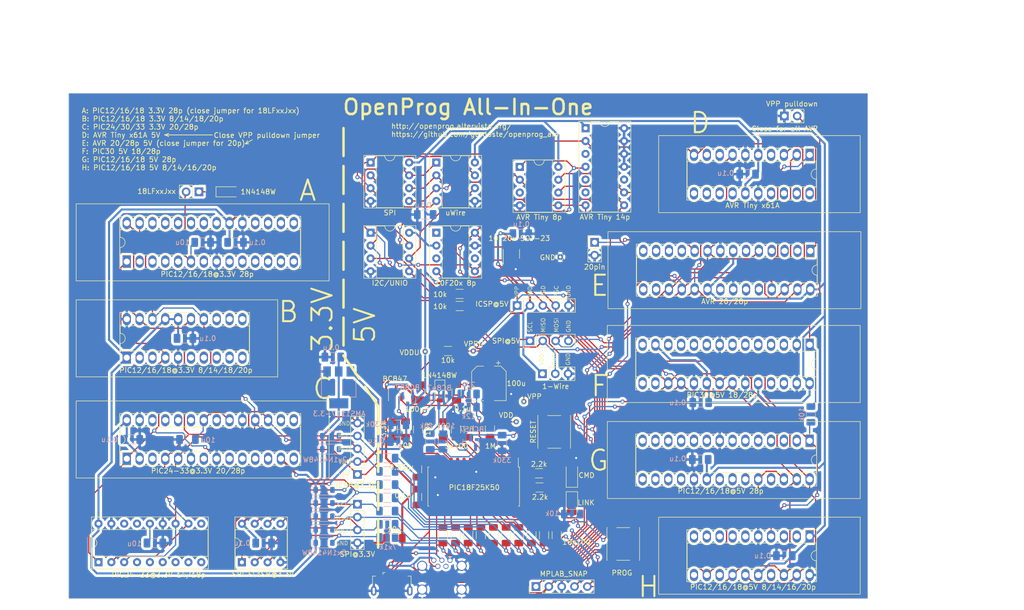
<source format=kicad_pcb>
(kicad_pcb (version 20221018) (generator pcbnew)
  (title_block (title "Openprog All-in-one") (date "2023-10-26") (rev "1.0b") (company "by Stephen Gordon"))
  (layers (0 "F.Cu" signal) (31 "B.Cu" signal) (34 "B.Paste" user) (35 "F.Paste" user) (36 "B.SilkS" user "B.Silkscreen") (37 "F.SilkS" user "F.Silkscreen") (38 "B.Mask" user) (39 "F.Mask" user) (44 "Edge.Cuts" user))
  (net 0 "")
  (net 1 "VDDU")
  (net 2 "GND")
  (net 3 "VDD")
  (net 4 "+3V3")
  (net 5 "/VPP")
  (net 6 "Net-(C16-Pad1)")
  (net 7 "Net-(C19-Pad1)")
  (net 8 "RB0")
  (net 9 "/D-")
  (net 10 "/D+")
  (net 11 "Net-(U2-VUSB3V3{slash}VDDCORE)")
  (net 12 "/device_adapters/SPI_SCK_lv")
  (net 13 "/device_adapters/SPI_SI_lv")
  (net 14 "/RE3")
  (net 15 "RB7")
  (net 16 "RB6")
  (net 17 "RB5")
  (net 18 "/device_adapters/VPP_10k")
  (net 19 "/device_adapters/ICSP_DAT_lv")
  (net 20 "/device_adapters/ICSP_CLK_lv")
  (net 21 "RB1")
  (net 22 "RC7")
  (net 23 "/device_adapters/SPI_WP_lv")
  (net 24 "/device_adapters/SPI_CS_lv")
  (net 25 "/device_adapters/SPI_HOLD_lv")
  (net 26 "VPPU")
  (net 27 "/VDD_CTL")
  (net 28 "/VPP_CTL")
  (net 29 "/REG_CTL")
  (net 30 "RB2")
  (net 31 "RB3")
  (net 32 "RB4")
  (net 33 "/VPP_FB")
  (net 34 "RC6")
  (net 169 "/device_adapters/VPP_10k_2")
  (net 170 "Net-(J3-Pin_2)")
  (net 173 "Net-(D1-A)")
  (net 174 "Net-(D2-A)")
  (net 175 "Net-(D3-A)")
  (net 176 "Net-(D11-K)")
  (net 177 "Net-(J1-Pin_1)")
  (net 178 "Net-(Q1-B)")
  (net 179 "Net-(Q3-C)")
  (net 180 "Net-(U2-RB0)")
  (net 181 "Net-(U2-RB1)")
  (net 182 "Net-(U2-RB2)")
  (net 183 "Net-(U2-RB3)")
  (net 184 "Net-(U2-RB4)")
  (net 185 "Net-(U2-RB5)")
  (net 186 "Net-(U2-RB6{slash}PGC)")
  (net 187 "Net-(U2-RB7{slash}PGD)")
  (net 188 "Net-(U2-RC7)")
  (net 189 "Net-(U2-RC6)")
  (net 190 "Net-(U2-RA5)")
  (net 191 "Net-(U2-RA4)")
  (net 192 "Net-(U2-RA3)")
  (net 193 "Net-(U2-RA1)")
  (net 194 "Net-(U2-RC2)")
  (net 195 "Net-(U2-RC1)")
  (net 196 "Net-(U2-RC0)")
  (net 197 "Net-(U2-RA2)")
  (net 198 "Net-(U2-RA7{slash}OSC1{slash}CLKI)")
  (footprint "Package_DIP:DIP-8_W7.62mm_Socket" (layer "F.Cu") (at 154.85 82.3)
    (fp_text reference "U23" hide)
    (fp_text value "10F20x 8p")
  )
  (footprint "Resistor_SMD:R_1206_3216Metric_Pad1.30x1.75mm_HandSolder" (layer "F.Cu") (at 158.65 142.15 -90)
    (fp_text reference "R16" hide)
    (fp_text value "100" hide)
  )
  (footprint "Capacitor_SMD:C_1206_3216Metric_Pad1.33x1.80mm_HandSolder" (layer "F.Cu") (at 151.05 134.6 -90)
    (fp_text reference "C3" hide)
    (fp_text value "0.1u")
  )
  (footprint "CustomParts:TestPoint_THTPad_D1.0mm_Drill0.5mm" (layer "F.Cu") (at 152.65 105.8 90)
    (fp_text reference "TP8" hide)
    (fp_text value "VDDU")
  )
  (footprint "Resistor_SMD:R_1206_3216Metric_Pad1.30x1.75mm_HandSolder" (layer "F.Cu") (at 178.65 142.15 -90)
    (fp_text reference "R13" hide)
    (fp_text value "100" hide)
  )
  (footprint "Inductor_SMD:L_1210_3225Metric_Pad1.42x2.65mm_HandSolder" (layer "F.Cu") (at 151.25 113.9 90)
    (fp_text reference "L1" hide)
    (fp_text value "100uH")
  )
  (footprint "Package_SO:SOIC-28W_7.5x17.9mm_P1.27mm" (layer "F.Cu") (at 162.235 132.515 -90)
    (fp_text reference "U2" hide)
    (fp_text value "PIC18F25K50")
  )
  (footprint "CustomParts:TestPoint_THTPad_D1.0mm_Drill0.5mm" (layer "F.Cu") (at 162.15 105.7 90)
    (fp_text reference "TP1" hide)
    (fp_text value "VPPU")
  )
  (footprint "Resistor_SMD:R_1206_3216Metric_Pad1.30x1.75mm_HandSolder" (layer "F.Cu") (at 146.25 121.2 -90)
    (fp_text reference "R22" hide)
    (fp_text value "3.3k")
  )
  (footprint "Package_DIP:DIP-8_W7.62mm_Socket" (layer "F.Cu") (at 141.85 68.4)
    (fp_text reference "U6" hide)
    (fp_text value "SPI")
  )
  (footprint "Connector_PinHeader_2.54mm:PinHeader_1x05_P2.54mm_Vertical" (layer "F.Cu") (at 139.25 130.12 180)
    (fp_text reference "CONN5" hide)
    (fp_text value "ICSP@3.3V")
  )
  (footprint "CustomParts:ZIFSocket_28p_W7.62mm" (layer "F.Cu") (at 228.645 108.2675 -90)
    (fp_text reference "U14" hide)
    (fp_text value "PIC30@5V 18/28p")
  )
  (footprint "Connector_PinHeader_2.54mm:PinHeader_1x04_P2.54mm_Vertical" (layer "F.Cu") (at 139.25 136.02)
    (fp_text reference "CONN2" hide)
    (fp_text value "SPI@3.3V")
  )
  (footprint "Connector_PinHeader_2.54mm:PinHeader_1x05_P2.54mm_Vertical" (layer "F.Cu") (at 174.55 152.3 90)
    (fp_text reference "CONN3" hide)
    (fp_text value "MPLAB_SNAP")
  )
  (footprint "Resistor_SMD:R_1206_3216Metric_Pad1.30x1.75mm_HandSolder" (layer "F.Cu") (at 156.25 121.2 -90)
    (fp_text reference "R18" hide)
    (fp_text value "100" hide)
  )
  (footprint "Connector_PinHeader_2.54mm:PinHeader_1x05_P2.54mm_Vertical" (layer "F.Cu") (at 170.825 96.7 90)
    (fp_text reference "CONN4" hide)
    (fp_text value "ICSP@5V")
  )
  (footprint "Diode_SMD:D_SOD-123" (layer "F.Cu") (at 155.55 113.8 -90)
    (fp_text reference "D1" hide)
    (fp_text value "1N4148W")
  )
  (footprint "Diode_SMD:D_SOD-123" (layer "F.Cu") (at 113.65 74.2)
    (fp_text reference "D11" hide)
    (fp_text value "1N4148W")
  )
  (footprint "Connector_PinHeader_2.54mm:PinHeader_1x02_P2.54mm_Vertical" (layer "F.Cu") (at 223.65 59.2 90)
    (fp_text reference "J2" hide)
    (fp_text value "VPP pulldown")
  )
  (footprint "Resistor_SMD:R_1206_3216Metric_Pad1.30x1.75mm_HandSolder" (layer "F.Cu") (at 176.15 142.15 -90)
    (fp_text reference "R12" hide)
    (fp_text value "100" hide)
  )
  (footprint "Resistor_SMD:R_1206_3216Metric_Pad1.30x1.75mm_HandSolder" (layer "F.Cu") (at 151.25 121.2 -90)
    (fp_text reference "R24" hide)
    (fp_text value "10k")
  )
  (footprint "Resistor_SMD:R_1206_3216Metric_Pad1.30x1.75mm_HandSolder" (layer "F.Cu") (at 161.15 142.15 -90)
    (fp_text reference "R6" hide)
    (fp_text value "100" hide)
  )
  (footprint "Connector_PinHeader_2.54mm:PinHeader_1x04_P2.54mm_Vertical" (layer "F.Cu") (at 173.35 103.7 90)
    (fp_text reference "CONN7" hide)
    (fp_text value "SPI@5V")
  )
  (footprint "Package_TO_SOT_SMD:SOT-23" (layer "F.Cu") (at 146.95 113.9 90)
    (fp_text reference "Q4" hide)
    (fp_text value "BC847")
  )
  (footprint "Package_DIP:DIP-8_W7.62mm_Socket" (layer "F.Cu") (at 154.85 68.4)
    (fp_text reference "U3" hide)
    (fp_text value "uWire")
  )
  (footprint "Resistor_SMD:R_1206_3216Metric_Pad1.30x1.75mm_HandSolder" (layer "F.Cu") (at 168.65 142.15 -90)
    (fp_text reference "R9" hide)
    (fp_text value "100" hide)
  )
  (footprint "Package_DIP:DIP-8_W7.62mm_Socket" (layer "F.Cu") (at 116.4125 147.5 90)
    (fp_text reference "U10" hide)
    (fp_text value "SPI FLASH@3.3V")
  )
  (footprint "Resistor_SMD:R_1206_3216Metric_Pad1.30x1.75mm_HandSolder" (layer "F.Cu") (at 163.65 142.15 -90)
    (fp_text reference "R7" hide)
    (fp_text value "100" hide)
  )
  (footprint "CustomParts:ZIFSocket_28p_W7.62mm" (layer "F.Cu") (at 228.7825 89.7 -90)
    (fp_text reference "U17" hide)
    (fp_text value "AVR 20/28p")
  )
  (footprint "Resistor_SMD:R_1206_3216Metric_Pad1.30x1.75mm_HandSolder" (layer "F.Cu") (at 166.15 142.15 -90)
    (fp_text reference "R8" hide)
    (fp_text value "100" hide)
  )
  (footprint "Resistor_SMD:R_1206_3216Metric_Pad1.30x1.75mm_HandSolder" (layer "F.Cu") (at 158.75 121.2 -90)
    (fp_text reference "R19" hide)
    (fp_text value "100" hide)
  )
  (footprint "CustomParts:TestPoint_THTPad_D1.0mm_Drill0.5mm" (layer "F.Cu") (at 179.35 87.1 90)
    (fp_text reference "TP2" hide)
    (fp_text value "GND")
  )
  (footprint "CustomParts:ZIFSocket_20p_W7.62mm" (layer "F.Cu") (at 228.65 146.2 -90)
    (fp_text reference "U9" hide)
    (fp_text value "PIC12/16/18@5V 8/14/16/20p")
  )
  (footprint "Resistor_SMD:R_1206_3216Metric_Pad1.30x1.75mm_HandSolder" (layer "F.Cu") (at 148.75 121.2 -90)
    (fp_text reference "R23" hide)
    (fp_text value "10k")
  )
  (footprint "CustomParts:SW_Push_1P1T_NO_6x6mm_4pads" (layer "F.Cu") (at 191.8 143.875 90)
    (fp_text reference "S2" hide)
    (fp_text value "PROG")
  )
  (footprint "Resistor_SMD:R_1206_3216Metric_Pad1.30x1.75mm_HandSolder" (layer "F.Cu") (at 165.45 121.2 90)
    (fp_text reference "R5" hide)
    (fp_text value "1M")
  )
  (footprint "Package_DIP:DIP-14_W7.62mm_Socket" (layer "F.Cu") (at 184.35 61.62)
    (fp_text reference "U20" hide)
    (fp_text value "AVR Tiny 14p")
  )
  (footprint "Resistor_SMD:R_1206_3216Metric_Pad1.30x1.75mm_HandSolder" (layer "F.Cu") (at 175.25 132.7 180)
    (fp_text reference "R25" hide)
    (fp_text value "2.2k")
  )
  (footprint "Connector_PinHeader_2.54mm:PinHeader_1x03_P2.54mm_Vertical" (layer "F.Cu") (at 175.825 110.2 90)
    (fp_text reference "CONN1" hide)
    (fp_text value "1-Wire")
  )
  (footprint "Capacitor_SMD:CP_Elec_6.3x5.7" (layer "F.Cu") (at 165.25 112.1 -90)
    (fp_text reference "C7" hide)
    (fp_text value "100u")
  )
  (footprint "Capacitor_SMD:C_1206_3216Metric_Pad1.33x1.80mm_HandSolder" (layer "F.Cu") (at 151.05 129.1 90)
    (fp_text reference "C2" hide)
    (fp_text value "0.33u")
  )
  (footprint "Resistor_SMD:R_1206_3216Metric_Pad1.30x1.75mm_HandSolder" (layer "F.Cu") (at 156.15 142.15 -90)
    (fp_text reference "R17" hide)
    (fp_text value "100" hide)
  )
  (footprint "Capacitor_SMD:C_1206_3216Metric_Pad1.33x1.80mm_HandSolder" (layer "F.Cu") (at 158.85 113.9 -90)
    (fp_text reference "C6" hide)
    (fp_text value "0.1u")
  )
  (footprint "Package_DIP:DIP-18_W7.62mm_Socket" (layer "F.Cu") (at 88.062498 147.480002 90)
    (fp_text reference "U18" hide)
    (fp_text value "PIC24-33@3.3V 14/18p")
  )
  (footprint "Resistor_SMD:R_1206_3216Metric_Pad1.30x1.75mm_HandSolder" (layer "F.Cu") (at 173.65 142.15 -90)
    (fp_text reference "R11" hide)
    (fp_text value "100" hide)
  )
  (footprint "CustomParts:TestPoint_THTPad_D1.0mm_Drill0.5mm" (layer "F.Cu") (at 172.15 115.7 180)
    (fp_text reference "TP7" hide)
    (fp_text value "VPP")
  )
  (footprint "CustomParts:TestPoint_THTPad_D1.0mm_Drill0.5mm" (layer "F.Cu") (at 170.65 119.7 90)
    (fp_text reference "TP3" hide)
    (fp_text value "VDD")
  )
  (footprint "LED_SMD:LED_1206_3216Metric_Pad1.42x1.75mm_HandSolder" (layer "F.Cu") (at 181.65 136 -90)
    (fp_text reference "D3" hide)
    (fp_text value "LINK")
  )
  (footprint "CustomParts:SW_Push_1P1T_NO_6x6mm_2pads" (layer "F.Cu") (at 178.15 121.7 -90)
    (fp_text reference "S1" hide)
    (fp_text value "RESET")
  )
  (footprint "Connector_PinHeader_2.54mm:PinHeader_1x02_P2.54mm_Vertical" (layer "F.Cu") (at 107.925 74.2 -90)
    (fp_text reference "J3" hide)
    (fp_text value "18LFxxJxx")
  )
  (footprint "Package_DIP:DIP-8_W7.62mm_Socket" (layer "F.Cu") (at 171.35 69.27)
    (fp_text reference "U19" hide)
    (fp_text value "AVR Tiny 8p")
  )
  (footprint "Resistor_SMD:R_1206_3216Metric_Pad1.30x1.75mm_HandSolder" (layer "F.Cu") (at 157.15 105.7)
    (fp_text reference "R34" hide)
    (fp_text value "10k")
  )
  (footprint "CustomParts:ZIFSocket_20p_W7.62mm" (layer "F.Cu") (at 93.65 103.2 90)
    (fp_text reference "U15" hide)
    (fp_text value "PIC12/16/18@3.3V 8/14/18/20p")
  )
  (footprint "Resistor_SMD:R_1206_3216Metric_Pad1.30x1.75mm_HandSolder" (layer "F.Cu") (at 171.15 142.15 -90)
    (fp_text reference "R10" hide)
    (fp_text value "100" hide)
  )
  (footprint "Capacitor_SMD:C_1206_3216Metric_Pad1.33x1.80mm_HandSolder" (layer "F.Cu") (at 146.55 142.8 180)
    (fp_text reference "C4" hide)
    (fp_text value "10u")
  )
  (footprint "Connector_PinHeader_2.54mm:PinHeader_1x02_P2.54mm_Vertical" (layer "F.Cu") (at 186.15 84.2)
    (fp_text reference "J1" hide)
    (fp_text value "20pin")
  )
  (footprint "LED_SMD:LED_1206_3216Metric_Pad1.42x1.75mm_HandSolder" (layer "F.Cu") (at 181.65 130.2 90)
    (fp_text reference "D2" hide)
    (fp_text value "CMD")
  )
  (footprint "CustomParts:USB_Mini_Type_B_Aliexpress" (layer "F.Cu") (at 155.95 148.2)
    (fp_text reference "CONN1B2" hide)
    (fp_text value "USB_B_Mini" hide)
  )
  (footprint "Resistor_SMD:R_1206_3216Metric_Pad1.30x1.75mm_HandSolder" (layer "F.Cu") (at 159.45 96.8 180)
    (fp_text reference "R28" hide)
    (fp_text value "10k")
  )
  (footprint "CustomParts:ZIFSocket_28p_W7.62mm" (layer "F.Cu") (at 93.65 84.2 90)
    (fp_text reference "U13" hide)
    (fp_text value "PIC12/16/18@3.3V 28p")
  )
  (footprint "CustomParts:ZIFSocket_28p_W7.62mm" (layer "F.Cu") (at 93.65 123.2 90)
    (fp_text reference "U22" hide)
    (fp_text value "PIC24-33@3.3V 20/28p")
  )
  (footprint "Resistor_SMD:R_1206_3216Metric_Pad1.30x1.75mm_HandSolder" (layer "F.Cu") (at 161.25 121.2 -90)
    (fp_text reference "R20" hide)
    (fp_text value "100" hide)
  )
  (footprint "Resistor_SMD:R_1206_3216Metric_Pad1.30x1.75mm_HandSolder" (layer "F.Cu") (at 159.45 94.4)
    (fp_text reference "R27" hide)
    (fp_text value "10k")
  )
  (footprint "CustomParts:ZIFSocket_28p_W7.62mm" (layer "F.Cu") (at 228.65 127.2675 -90)
    (fp_text reference "U7" hide)
    (fp_text value "PIC12/16/18@5V 28p")
  )
  (footprint "Package_DIP:DIP-8_W7.62mm_Socket" (layer "F.Cu") (at 141.85 82.3)
    (fp_text reference "U8" hide)
    (fp_text value "I2C/UNIO")
  )
  (footprint "Resistor_SMD:R_1206_3216Metric_Pad1.30x1.75mm_HandSolder" (layer "F.Cu") (at 175.15 129.9 180)
    (fp_text reference "R21" hide)
    (fp_text value "2.2k")
  )
  (footprint "CustomParts:USB_Micro-B_GCT_USB3076-30-A" (layer "F.Cu") (at 146.05 151.95)
    (fp_text reference "CONN1B1" hide)
    (fp_text value "USB_B_Micro" hide)
  )
  (footprint "Package_TO_SOT_SMD:SOT-23-6_Handsoldering" (layer "F.Cu") (at 169.69 86.46875 90)
    (fp_text reference "U4" hide)
    (fp_text value "10F20x SOT-23")
  )
  (footprint "CustomParts:ZIFSocket_20p_W7.62mm" (layer "F.Cu") (at 228.65 70.7 -90)
    (fp_text reference "U16" hide)
    (fp_text value "AVR Tiny x61A")
  )
  (footprint "Resistor_SMD:R_1206_3216Metric_Pad1.30x1.75mm_HandSolder" (layer "B.Cu") (at 161.25 114.2)
    (fp_text reference "R14" hide)
    (fp_text value "22k")
  )
  (footprint "Resistor_SMD:R_1206_3216Metric_Pad1.30x1.75mm_HandSolder" (layer "B.Cu") (at 153.65 123.6 90)
    (fp_text reference "R4" hide)
    (fp_text value "10k")
  )
  (footprint "Capacitor_SMD:C_1206_3216Metric_Pad1.33x1.80mm_HandSolder" (layer "B.Cu") (at 105.65 123.2 180)
    (fp_text reference "C19" hide)
    (fp_text value "10u")
  )
  (footprint "Resistor_SMD:R_1206_3216Metric_Pad1.30x1.75mm_HandSolder" (layer "B.Cu") (at 145.15 132.133336 180)
    (fp_text reference "R33" hide)
    (fp_text value "1k" hide)
  )
  (footprint "Capacitor_SMD:C_1206_3216Metric_Pad1.33x1.80mm_HandSolder" (layer "B.Cu") (at 99.212498 143.680002)
    (fp_text reference "C16" hide)
    (fp_text value "10u")
  )
  (footprint "Resistor_SMD:R_1206_3216Metric_Pad1.30x1.75mm_HandSolder" (layer "B.Cu") (at 181.7 137.95 180)
    (fp_text reference "R26" hide)
    (fp_text value "10k")
  )
  (footprint "Capacitor_SMD:C_1206_3216Metric_Pad1.33x1.80mm_HandSolder" (layer "B.Cu") (at 216.3875 70.7)
    (fp_text reference "C14" hide)
    (fp_text value "0.1u")
  )
  (footprint "Diode_SMD:D_SOD-123" (layer "B.Cu") (at 133.95 125.116666)
    (fp_text reference "D9" hide)
    (fp_text value "1N4148W" hide)
  )
  (footprint "Package_TO_SOT_SMD:SOT-23" (layer "B.Cu") (at 149.2 115.5 -90)
    (fp_text reference "Q2" hide)
    (fp_text value "BC857")
  )
  (footprint "Capacitor_SMD:C_1206_3216Metric_Pad1.33x1.80mm_HandSolder" (layer "B.Cu") (at 134.3875 106.9 180)
    (fp_text reference "C5" hide)
    (fp_text value "0.1u")
  )
  (footprint "Diode_SMD:D_SOD-123" (layer "B.Cu") (at 132.65 143.65)
    (fp_text reference "D4" hide)
    (fp_text value "1N4148W" hide)
  )
  (footprint "Resistor_SMD:R_1206_3216Metric_Pad1.30x1.75mm_HandSolder" (layer "B.Cu") (at 145.15 129.51667 180)
    (fp_text reference "R36" hide)
    (fp_text value "1k" hide)
  )
  (footprint "Resistor_SMD:R_1206_3216Metric_Pad1.30x1.75mm_HandSolder" (layer "B.Cu") (at 156.15 123.6 -90)
    (fp_text reference "R3" hide)
    (fp_text value "100k")
  )
  (footprint "Capacitor_SMD:C_1206_3216Metric_Pad1.33x1.80mm_HandSolder" (layer "B.Cu") (at 147.3375 123.6 180)
    (fp_text reference "C1" hide)
    (fp_text value "0.1u")
  )
  (footprint "Capacitor_SMD:C_1206_3216Metric_Pad1.33x1.80mm_HandSolder" (layer "B.Cu") (at 223.65 146.2)
    (fp_text reference "C11" hide)
    (fp_text value "0.1u")
  )
  (footprint "Capacitor_SMD:C_1206_3216Metric_Pad1.33x1.80mm_HandSolder" (layer "B.Cu") (at 171.55 82.5 180)
    (fp_text reference "C10" hide)
    (fp_text value "0.1u")
  )
  (footprint "Capacitor_SMD:C_1206_3216Metric_Pad1.33x1.80mm_HandSolder" (layer "B.Cu") (at 115.15 84.2 180)
    (fp_text reference "C15" hide)
    (fp_text value "0.1u")
  )
  (footprint "Capacitor_SMD:C_1206_3216Metric_Pad1.33x1.80mm_HandSolder" (layer "B.Cu") (at 120.7125 143.7 180)
    (fp_text reference "C12" hide)
    (fp_text value "0.1u")
  )
  (footprint "Diode_SMD:D_SOD-123" (layer "B.Cu") (at 132.65 141.03333)
    (fp_text reference "D5" hide)
    (fp_text value "1N4148W" hide)
  )
  (footprint "Capacitor_SMD:C_1206_3216Metric_Pad1.33x1.80mm_HandSolder" (layer "B.Cu") (at 207.025 127.1675)
    (fp_text reference "C8" hide)
    (fp_text value "0.1u")
  )
  (footprint "Resistor_SMD:R_1206_3216Metric_Pad1.30x1.75mm_HandSolder" (layer "B.Cu") (at 145.15 134.750002 180)
    (fp_text reference "R32" hide)
    (fp_text value "1k" hide)
  )
  (footprint "Resistor_SMD:R_1206_3216Metric_Pad1.30x1.75mm_HandSolder" (layer "B.Cu") (at 228.9 118.25 90)
    (fp_text reference "R37" hide)
    (fp_text value "10k")
  )
  (footprint "Capacitor_SMD:C_1206_3216Metric_Pad1.33x1.80mm_HandSolder" (layer "B.Cu") (at 207.1125 115.9)
    (fp_text reference "C13" hide)
    (fp_text value "0.1u")
  )
  (footprint "Resistor_SMD:R_1206_3216Metric_Pad1.30x1.75mm_HandSolder" (layer "B.Cu") (at 167.85 123.9 -90)
    (fp_text reference "R1" hide)
    (fp_text value "330k")
  )
  (footprint "Diode_SMD:D_SOD-123" (layer "B.Cu") (at 133.95 122.5)
    (fp_text reference "D10" hide)
    (fp_text value "1N4148W" hide)
  )
  (footprint "Resistor_SMD:R_1206_3216Metric_Pad1.30x1.75mm_HandSolder" (layer "B.Cu") (at 145.15 142.6 180)
    (fp_text reference "R29" hide)
    (fp_text value "1k" hide)
  )
  (footprint "Resistor_SMD:R_1206_3216Metric_Pad1.30x1.75mm_HandSolder" (layer "B.Cu") (at 145.15 139.983334 180)
    (fp_text reference "R30" hide)
    (fp_text value "1k" hide)
  )
  (footprint "Diode_SMD:D_SOD-123" (layer "B.Cu") (at 132.65 133.183332)
    (fp_text reference "D8" hide)
    (fp_text value "1N4148W" hide)
  )
  (footprint "Capacitor_SMD:C_1206_3216Metric_Pad1.33x1.80mm_HandSolder" (layer "B.Cu") (at 152.65 78.7)
    (fp_text reference "C9" hide)
    (fp_text value "0.1u")
  )
  (footprint "Resistor_SMD:R_1206_3216Metric_Pad1.30x1.75mm_HandSolder" (layer "B.Cu") (at 145.15 137.366668 180)
    (fp_text reference "R31" hide)
    (fp_text value "1k" hide)
  )
  (footprint "Resistor_SMD:R_1206_3216Metric_Pad1.30x1.75mm_HandSolder" (layer "B.Cu") (at 145.15 126.9 180)
    (fp_text reference "R35" hide)
    (fp_text value "1k" hide)
  )
  (footprint "Diode_SMD:D_SOD-123" (layer "B.Cu") (at 132.65 135.799998)
    (fp_text reference "D7" hide)
    (fp_text value "1N4148W" hide)
  )
  (footprint "Diode_SMD:D_SOD-123" (layer "B.Cu") (at 132.65 138.416664)
    (fp_text reference "D6" hide)
    (fp_text value "1N4148W" hide)
  )
  (footprint "Resistor_SMD:R_1206_3216Metric_Pad1.30x1.75mm_HandSolder" (layer "B.Cu") (at 161.25 116.8 180)
    (fp_text reference "R15" hide)
    (fp_text value "12k")
  )
  (footprint "Resistor_SMD:R_1206_3216Metric_Pad1.30x1.75mm_HandSolder" (layer "B.Cu") (at 147.3 120.3 180)
    (fp_text reference "R2" hide)
    (fp_text value "330k")
  )
  (footprint "Capacitor_SMD:C_1206_3216Metric_Pad1.33x1.80mm_HandSolder" (layer "B.Cu") (at 108.65 84.2)
    (fp_text reference "C17" hide)
    (fp_text value "10u")
  )
  (footprint "Package_TO_SOT_SMD:SOT-23" (layer "B.Cu") (at 155.35 115.6 -90)
    (fp_text reference "Q3" hide)
    (fp_text value "BC847")
  )
  (footprint "Capacitor_SMD:C_1206_3216Metric_Pad1.33x1.80mm_HandSolder" (layer "B.Cu") (at 105.15 103.2 180)
    (fp_text reference "C20" hide)
    (fp_text value "0.1u")
  )
  (footprint "Package_TO_SOT_SMD:SOT-223-3_TabPin2" (layer "B.Cu") (at 135.55 112.9 -90)
    (fp_text reference "U1" hide)
    (fp_text value "AMS1117-3.3")
  )
  (footprint "Capacitor_SMD:C_1206_3216Metric_Pad1.33x1.80mm_HandSolder" (layer "B.Cu") (at 94.65 123.2 180)
    (fp_text reference "C18" hide)
    (fp_text value "0.1u")
  )
  (footprint "Package_TO_SOT_SMD:SOT-23" (layer "B.Cu") (at 161.65 123.8 90)
    (fp_text reference "Q1" hide)
    (fp_text value "BC857")
  )
  (gr_line (start 118.45 63.9) (end 117.15 64.7) (stroke (width 0.15)) (layer "F.SilkS"))
  (gr_line (start 101.15 62.95) (end 101.95 63.25) (stroke (width 0.15)) (layer "F.SilkS"))
  (gr_line (start 143.35 116.6) (end 143.35 145.7) (stroke (width 0.5) (type dash)) (layer "F.SilkS"))
  (gr_line (start 136.5 61.6) (end 136.5 106.6) (stroke (width 0.5) (type dash)) (layer "F.SilkS"))
  (gr_line (start 101.15 62.95) (end 110.55 62.95) (stroke (width 0.15)) (layer "F.SilkS"))
  (gr_line (start 117.75 64.7) (end 117.15 64.7) (stroke (width 0.15)) (layer "F.SilkS"))
  (gr_line (start 136.5 106.6) (end 143.35 116.6) (stroke (width 0.5) (type dash)) (layer "F.SilkS"))
  (gr_line (start 101.95 62.65) (end 101.15 62.95) (stroke (width 0.15)) (layer "F.SilkS"))
  (gr_line (start 117.55 64.1) (end 117.1 64.7) (stroke (width 0.15)) (layer "F.SilkS"))
  (gr_rect (start 82.15 54.7) (end 240.15 154.7) (stroke (width 0.1)) (fill none) (layer "Edge.Cuts"))
  (gr_text "2x1N4148W" (at 132.85 127.2) (layer "B.SilkS") (effects (font (size 1 1)) (justify mirror)))
  (gr_text "7x1k" (at 145.35 144.5) (layer "B.SilkS") (effects (font (size 1 1)) (justify mirror)))
  (gr_text "5x1N4148W" (at 132.65 145.6) (layer "B.SilkS") (effects (font (size 1 1)) (justify mirror)))
  (gr_text "MOSI" (at 179.05 102.1 90) (layer "F.SilkS") (effects (font (size 0.8 0.8) (thickness 0.1)) (justify left bottom)))
  (gr_text "D" (at 204.75 62.9) (layer "F.SilkS") (effects (font (size 4 4) (thickness 0.4)) (justify left bottom)))
  (gr_text "VDD" (at 135.45 128.15) (layer "F.SilkS") (effects (font (size 0.8 0.8) (thickness 0.1)) (justify left bottom)))
  (gr_text "PGD" (at 176.45 95.2 90) (layer "F.SilkS") (effects (font (size 0.8 0.8) (thickness 0.1)) (justify left bottom)))
  (gr_text "A: PIC12/16/18 3.3V 28p (close jumper for 18LFxxJxx)\nB: PIC12/16/18 3.3V 8/14/18/20p\nC: PIC24/30/33 3.3V 20/28p\nD: AVR Tiny x61A 5V\nE: AVR 20/28p 5V (close jumper for 20p)\nF: PIC30 5V 18/28p\nG: PIC12/16/18 5V 28p\nH: PIC12/16/18 5V 8/14/16/20p\n" (at 84.65 70) (layer "F.SilkS") (effects (font (size 1 1)) (justify left bottom)))
  (gr_text "PGC" (at 179.05 95.2 90) (layer "F.SilkS") (effects (font (size 0.8 0.8) (thickness 0.1)) (justify left bottom)))
  (gr_text "VPP" (at 135.45 130.7) (layer "F.SilkS") (effects (font (size 0.8 0.8) (thickness 0.1)) (justify left bottom)))
  (gr_text "Close for all AVR" (at 217.05 62.3) (layer "F.SilkS") (effects (font (size 1 1)) (justify left bottom)))
  (gr_text "SCL" (at 173.85 102.1 90) (layer "F.SilkS") (effects (font (size 0.8 0.8) (thickness 0.1)) (justify left bottom)))
  (gr_text "E" (at 185.05 95.1) (layer "F.SilkS") (effects (font (size 4 4) (thickness 0.4)) (justify left bottom)))
  (gr_text "http://openprog.altervista.org/\nhttps://github.com/gordoste/openprog_aio" (at 145.85 63.4) (layer "F.SilkS") (effects (font (size 1 1)) (justify left bottom)))
  (gr_text "MISO" (at 134.45 139.2) (layer "F.SilkS") (effects (font (size 0.8 0.8) (thickness 0.1)) (justify left bottom)))
  (gr_text "MOSI" (at 134.45 141.8) (layer "F.SilkS") (effects (font (size 0.8 0.8) (thickness 0.1)) (justify left bottom)))
  (gr_text "3.3V" (at 134.65 106.2 90) (layer "F.SilkS") (effects (font (size 4 4) (thickness 0.4)) (justify left bottom)))
  (gr_text "GND" (at 134.907143 144.2) (layer "F.SilkS") (effects (font (size 0.8 0.8) (thickness 0.1)) (justify left bottom)))
  (gr_text "H" (at 194.45 154.7) (layer "F.SilkS") (effects (font (size 4 4) (thickness 0.4)) (justify left bottom)))
  (gr_text "C" (at 130.15 115.5) (layer "F.SilkS") (effects (font (size 4 4) (thickness 0.4)) (justify left bottom)))
  (gr_text "GND" (at 135.297619 120.5) (layer "F.SilkS") (effects (font (size 0.8 0.8) (thickness 0.1)) (justify left bottom)))
  (gr_text "VDD" (at 176.15 108.6 90) (layer "F.SilkS") (effects (font (size 0.8 0.8) (thickness 0.1)) (justify left bottom)))
  (gr_text "OpenProg All-In-One" (at 161.15 59.2) (layer "F.SilkS") (effects (font (size 3 3) (thickness 0.5)) (justify bottom)))
  (gr_text "PGC" (at 135.335714 123.05) (layer "F.SilkS") (effects (font (size 0.8 0.8) (thickness 0.1)) (justify left bottom)))
  (gr_text "10x100" (at 182.55 143.5) (layer "F.SilkS") (effects (font (size 1 1))))
  (gr_text "B" (at 123.35 100.3) (layer "F.SilkS") (effects (font (size 4 4) (thickness 0.4)) (justify left bottom)))
  (gr_text "MISO" (at 176.45 102.1 90) (layer "F.SilkS") (effects (font (size 0.8 0.8) (thickness 0.1)) (justify left bottom)))
  (gr_text "Close VPP pulldown jumper" (at 110.75 63.6) (layer "F.SilkS") (effects (font (size 1 1)) (justify left bottom)))
  (gr_text "PGD" (at 135.335714 125.6) (layer "F.SilkS") (effects (font (size 0.8 0.8) (thickness 0.1)) (justify left bottom)))
  (gr_text "VDD" (at 173.85 95.2 90) (layer "F.SilkS") (effects (font (size 0.8 0.8) (thickness 0.1)) (justify left bottom)))
  (gr_text "GND" (at 181.45 95.2 90) (layer "F.SilkS") (effects (font (size 0.8 0.8) (thickness 0.1)) (justify left bottom)))
  (gr_text "GND" (at 181.35 108.6 90) (layer "F.SilkS") (effects (font (size 0.8 0.8) (thickness 0.1)) (justify left bottom)))
  (gr_text "GND" (at 181.45 102.1 90) (layer "F.SilkS") (effects (font (size 0.8 0.8) (thickness 0.1)) (justify left bottom)))
  (gr_text "F" (at 185.15 114.95) (layer "F.SilkS") (effects (font (size 4 4) (thickness 0.4)) (justify left bottom)))
  (gr_text "DATA" (at 178.75 108.6 90) (layer "F.SilkS") (effects (font (size 0.8 0.8) (thickness 0.1)) (justify left bottom)))
  (gr_text "A" (at 127.45 76.3) (layer "F.SilkS") (effects (font (size 4 4) (thickness 0.4)) (justify left bottom)))
  (gr_text "G" (at 184.65 129.7) (layer "F.SilkS") (effects (font (size 4 4) (thickness 0.4)) (justify left bottom)))
  (gr_text "VPP" (at 171.25 95.2 90) (layer "F.SilkS") (effects (font (size 0.8 0.8) (thickness 0.1)) (justify left bottom)))
  (gr_text "3x100" (at 158.85 124.5) (layer "F.SilkS") (effects (font (size 1 1))))
  (gr_text "SCL" (at 135.135714 136.6) (layer "F.SilkS") (effects (font (size 0.8 0.8) (thickness 0.1)) (justify left bottom)))
  (gr_text "5V" (at 143.05 104.5 90) (layer "F.SilkS") (effects (font (size 4 4) (thickness 0.4)) (justify left bottom)))
  (segment (start 159.65 92.275499) (end 163.869055 92.275499) (width 0.4) (layer "F.Cu") (net 1))
  (segment (start 139.25 127.58) (end 140.88 127.58) (width 0.4) (layer "F.Cu") (net 1))
  (segment (start 169.69 83.93875) (end 168.15125 82.4) (width 0.4) (layer "F.Cu") (net 1))
  (segment (start 161 94.4) (end 161 93.625499) (width 0.4) (layer "F.Cu") (net 1))
  (segment (start 140.88 127.58) (end 143.3755 125.0845) (width 0.4) (layer "F.Cu") (net 1))
  (segment (start 161 93.625499) (end 159.65 92.275499) (width 0.4) (layer "F.Cu") (net 1))
  (segment (start 169.793556 98.2) (end 163.869055 92.275499) (width 0.4) (layer "F.Cu") (net 1))
  (segment (start 168.15125 82.4) (end 167.55 82.4) (width 0.4) (layer "F.Cu") (net 1))
  (segment (start 167.05 88.5) (end 173.365 94.815) (width 0.4) (layer "F.Cu") (net 1))
  (segment (start 173.365 94.815) (end 173.365 96.7) (width 0.4) (layer "F.Cu") (net 1))
  (segment (start 133.6495 131.975) (end 124.3175 131.975) (width 0.4) (layer "F.Cu") (net 1))
  (segment (start 133.65 131.9745) (end 133.6495 131.975) (width 0.4) (layer "F.Cu") (net 1))
  (segment (start 159.65 92.275499) (end 154.900499 92.275499) (width 0.4) (layer "F.Cu") (net 1))
  (segment (start 154.900499 92.275499) (end 154.7375 92.1125) (width 0.4) (layer "F.Cu") (net 1))
  (segment (start 124.3175 131.975) (end 116.4125 139.88) (width 0.4) (layer "F.Cu") (net 1))
  (segment (start 173.365 96.7) (end 171.865 98.2) (width 0.4) (layer "F.Cu") (net 1))
  (segment (start 169.69 85.11875) (end 169.69 83.93875) (width 0.4) (layer "F.Cu") (net 1))
  (segment (start 161 96.8) (end 161 94.4) (width 0.4) (layer "F.Cu") (net 1))
  (segment (start 171.865 98.2) (end 169.793556 98.2) (width 0.4) (layer "F.Cu") (net 1))
  (via (at 167.05 88.5) (size 0.8) (drill 0.4) (layers "F.Cu" "B.Cu") (net 1))
  (via (at 133.65 131.9745) (size 0.8) (drill 0.4) (layers "F.Cu" "B.Cu") (net 1))
  (via (at 154.7375 92.1125) (size 0.8) (drill 0.4) (layers "F.Cu" "B.Cu") (net 1))
  (via (at 167.55 82.4) (size 0.8) (drill 0.4) (layers "F.Cu" "B.Cu") (net 1))
  (via (at 143.3755 125.0845) (size 0.8) (drill 0.4) (layers "F.Cu" "B.Cu") (net 1))
  (segment (start 152.65 90.025) (end 154.7375 92.1125) (width 0.4) (layer "B.Cu") (net 1))
  (segment (start 206.05 107.5) (end 201.2075 107.5) (width 0.4) (layer "B.Cu") (net 1))
  (segment (start 167.65 82.5) (end 167.55 82.4) (width 0.4) (layer "B.Cu") (net 1))
  (segment (start 218.49 150.01) (end 220.754949 147.745051) (width 0.4) (layer "B.Cu") (net 1))
  (segment (start 149.2 117) (end 149.2 120.7) (width 0.4) (layer "B.Cu") (net 1))
  (segment (start 152.65 78.2) (end 152.65 67.2) (width 0.4) (layer "B.Cu") (net 1))
  (segment (start 208.7075 115) (end 208.7075 112.46) (width 0.4) (layer "B.Cu") (net 1))
  (segment (start 167.05 88.5) (end 167.05 82.9) (width 0.4) (layer "B.Cu") (net 1))
  (segment (start 227.395 110.8275) (end 227.395 102.955) (width 0.4) (layer "B.Cu") (net 1))
  (segment (start 178.97 63.015) (end 176.15 60.195) (width 0.4) (layer "B.Cu") (net 1))
  (segment (start 143.3755 115.2755) (end 137.85 109.75) (width 0.4) (layer "B.Cu") (net 1))
  (segment (start 152.65 105.8) (end 152.65 89.7) (width 0.4) (layer "B.Cu") (net 1))
  (segment (start 208.325 109.775) (end 206.05 107.5) (width 0.4) (layer "B.Cu") (net 1))
  (segment (start 169.9875 82.5) (end 167.65 82.5) (width 0.4) (layer "B.Cu") (net 1))
  (segment (start 218.485 114.265) (end 220.17 115.95) (width 0.4) (layer "B.Cu") (net 1))
  (segment (start 220.754949 147.745051) (end 223.667449 147.745051) (width 0.4) (layer "B.Cu") (net 1))
  (segment (start 227.15 115.95) (end 228.645 114.455) (width 0.4) (layer "B.Cu") (net 1))
  (segment (start 214.645 60.195) (end 216.65 62.2) (width 0.4) (layer "B.Cu") (net 1))
  (segment (start 148.9 123.6) (end 147.4155 125.0845) (width 0.4) (layer "B.Cu") (net 1))
  (segment (start 208.33 131.0775) (end 210.6075 128.8) (width 0.4) (layer "B.Cu") (net 1))
  (segment (start 231.65 92.2) (end 231.65 98.7) (width 0.4) (layer "B.Cu") (net 1))
  (segment (start 172.05 106.425) (end 172.05 98.015) (width 0.4) (layer "B.Cu") (net 1))
  (segment (start 228.7825 93.51) (end 226.9575 95.335) (width 0.4) (layer "B.Cu") (net 1))
  (segment (start 216.65 62.2) (end 229.15 62.2) (width 0.4) (layer "B.Cu") (net 1))
  (segment (start 218.49 66.89) (end 218.49 64.04) (width 0.4) (layer "B.Cu") (net 1))
  (segment (start 217.95 70.7) (end 218.49 70.16) (width 0.4) (layer "B.Cu") (net 1))
  (segment (start 165.15 62.2) (end 167.155 60.195) (width 0.4) (layer "B.Cu") (net 1))
  (segment (start 210.6075 128.8) (end 230.55 128.8) (width 0.4) (layer "B.Cu") (net 1))
  (segment (start 172.05 98.015) (end 173.365 96.7) (width 0.4) (layer "B.Cu") (net 1))
  (segment (start 218.49 64.04) (end 216.65 62.2) (width 0.4) (layer "B.Cu") (net 1))
  (segment (start 162.47 64.88) (end 165.15 62.2) (width 0.4) (layer "B.Cu") (net 1))
  (segment (start 208.325 112.0775) (end 208.325 109.775) (width 0.4) (layer "B.Cu") (net 1))
  (segment (start 152.65 113.648528) (end 152.65 105.8) (width 0.4) (layer "B.Cu") (net 1))
  (segment (start 231.65 127.7) (end 231.65 140.2) (width 0.4) (layer "B.Cu") (net 1))
  (segment (start 213.5425 88.43) (end 208.4625 93.51) (width 0.4) (layer "B.Cu") (net 1))
  (segment (start 116.4125 139.88) (end 119.15 142.6175) (width 0.4) (layer "B.Cu") (net 1))
  (segment (start 167.05 82.9) (end 167.55 82.4) (width 0.4) (layer "B.Cu") (net 1))
  (segment (start 138.0445 127.58) (end 139.25 127.58) (width 0.4) (layer "B.Cu") (net 1))
  (segment (start 208.7075 112.46) (end 208.325 112.0775) (width 0.4) (layer "B.Cu") (net 1))
  (segment (start 184.35 61.295) (end 183.25 60.195) (width 0.4) (layer "B.Cu") (net 1))
  (segment (start 184.35 61.62) (end 184.35 61.295) (width 0.4) (layer "B.Cu") (net 1))
  (segment (start 231.65 110.2) (end 231.65 127.7) (width 0.4) (layer "B.Cu") (net 1))
  (segment (start 149.2 120.7) (end 148.9 121) (width 0.4) (layer "B.Cu") (net 1))
  (segment (start 167.155 60.195) (end 176.15 60.195) (width 0.4) (layer "B.Cu") (net 1))
  (segment (start 149.47 82.3) (end 150.75 82.3) (width 0.4) (layer "B.Cu") (net 1))
  (segment (start 157.65 62.2) (end 165.15 62.2) (width 0.4) (layer "B.Cu") (net 1))
  (segment (start 228.7825 93.51) (end 230.34 93.51) (width 0.4) (layer "B.Cu") (net 1))
  (segment (start 218.485 112.0775) (end 218.485 114.265) (width 0.4) (layer "B.Cu") (net 1))
  (segment (start 162.47 68.4) (end 162.47 64.88) (width 0.4) (layer "B.Cu") (net 1))
  (segment (start 210.2875 95.335) (end 208.4625 93.51) (width 0.4) (layer "B.Cu") (net 1))
  (segment (start 152.65 89.7) (end 152.65 84.2) (width 0.4) (layer "B.Cu") (net 1))
  (segment (start 218.49 70.16) (end 218.49 66.89) (width 0.4) (layer "B.Cu") (net 1))
  (segment (start 231.65 140.2) (end 229.46 142.39) (width 0.4) (layer "B.Cu") (net 1))
  (segment (start 230.34 93.51) (end 231.65 92.2) (width 0.4) (layer "B.Cu") (net 1))
  (segment (start 220.17 115.95) (end 227.15 115.95) (width 0.4) (layer "B.Cu") (net 1))
  (segment (start 216.85 115.9) (end 208.675 115.9) (width 0.4) (layer "B.Cu") (net 1))
  (segment (start 149.47 68.4) (end 151.45 68.4) (width 0.4) (layer "B.Cu") (net 1))
  (segment (start 229.46 142.39) (end 228.65 142.39) (width 0.4) (layer "B.Cu") (net 1))
  (segment (start 175.825 110.2) (end 172.05 106.425) (width 0.4) (layer "B.Cu") (net 1))
  (segment (start 148.9 121) (end 148.9 123.6) (width 0.4) (layer "B.Cu") (net 1))
  (segment (start 152.65 89.7) (end 152.65 90.025) (width 0.4) (layer "B.Cu") (net 1))
  (segment (start 215.95 74.51) (end 215.95 72.7) (width 0.4) (layer "B.Cu") (net 1))
  (segment (start 152.65 84.2) (end 152.65 78.2) (width 0.4) (layer "B.Cu") (net 1))
  (segment (start 227.395 102.955) (end 231.65 98.7) (width 0.4) (layer "B.Cu") (net 1))
  (segment (start 213.5425 85.89) (end 213.5425 88.43) (width 0.4) (layer "B.Cu") (net 1))
  (segment (start 147.4155 125.0845) (end 143.3755 125.0845) (width 0.4) (layer "B.Cu") (net 1))
  (segment (start 150.75 82.3) (end 152.65 84.2) (width 0.4) (layer "B.Cu") (net 1))
  (segment (start 149.861028 116.4375) (end 152.65 113.648528) (width 0.4) (layer "B.Cu") (net 1))
  (segment (start 152.65 67.2) (end 157.65 62.2) (width 0.4) (layer "B.Cu") (net 1))
  (segment (start 153.15 78.7) (end 154.2125 78.7) (width 0.4) (layer "B.Cu") (net 1))
  (segment (start 228.65 142.7625) (end 228.65 142.39) (width 0.4) (layer "B.Cu") (net 1))
  (segment (start 178.97 69.27) (end 178.97 63.015) (width 0.4) (layer "B.Cu") (net 1))
  (segment (start 231.65 64.7) (end 231.65 92.2) (width 0.4) (layer "B.Cu") (net 1))
  (segment (start 151.45 68.4) (end 152.65 67.2) (width 0.4) (layer "B.Cu") (net 1))
  (segment (start 229.15 62.2) (end 231.65 64.7) (width 0.4) (layer "B.Cu") (net 1))
  (segment (start 183.25 60.195) (end 214.645 60.195) (width 0.4) (layer "B.Cu") (net 1))
  (segment (start 153.29 84.84) (end 152.65 84.2) (width 0.4) (layer "B.Cu") (net 1))
  (segment (start 154.85 84.84) (end 153.29 84.84) (width 0.4) (layer "B.Cu") (net 1))
  (segment (start 176.15 60.195) (end 183.25 60.195) (width 0.4) (layer "B.Cu") (net 1))
  (segment (start 152.65 78.2) (end 153.15 78.7) (width 0.4) (layer "B.Cu") (net 1))
  (segment (start 149.2 116.4375) (end 149.861028 116.4375) (width 0.4) (layer "B.Cu") (net 1))
  (segment (start 218.485 114.265) (end 216.85 115.9) (width 0.4) (layer "B.Cu") (net 1))
  (segment (start 230.55 128.8) (end 231.65 127.7) (width 0.4) (layer "B.Cu") (net 1))
  (segment (start 143.3755 125.0845) (end 143.3755 115.2755) (width 0.4) (layer "B.Cu") (net 1))
  (segment (start 225.2125 146.2) (end 228.65 142.7625) (width 0.4) (layer "B.Cu") (net 1))
  (segment (start 223.667449 147.745051) (end 225.2125 146.2) (width 0.4) (layer "B.Cu") (net 1))
  (segment (start 226.9575 95.335) (end 210.2875 95.335) (width 0.4) (layer "B.Cu") (net 1))
  (segment (start 133.65 131.9745) (end 138.0445 127.58) (width 0.4) (layer "B.Cu") (net 1))
  (segment (start 228.645 112.0775) (end 227.395 110.8275) (width 0.4) (layer "B.Cu") (net 1))
  (segment (start 228.645 114.455) (end 228.645 112.0775) (width 0.4) (layer "B.Cu") (net 1))
  (segment (start 208.5875 127.1675) (end 208.33 127.425) (width 0.4) (layer "B.Cu") (net 1))
  (segment (start 208.33 127.425) (end 208.33 131.0775) (width 0.4) (layer "B.Cu") (net 1))
  (segment (start 119.15 142.6175) (end 119.15 143.7) (width 0.4) (layer "B.Cu") (net 1))
  (segment (start 231.65 98.7) (end 231.65 110.2) (width 0.4) (layer "B.Cu") (net 1))
  (segment (start 215.95 72.7) (end 217.95 70.7) (width 0.4) (layer "B.Cu") (net 1))
  (segment (start 201.2075 107.5) (end 198.165 104.4575) (width 0.4) (layer "B.Cu") (net 1))
  (segment (start 148.37 151.955) (end 147.175 153.15) (width 0.25) (layer "F.Cu") (net 2))
  (segment (start 182.9 130.4375) (end 182.9 127.275) (width 0.25) (layer "F.Cu") (net 2))
  (segment (start 181.3 125.675) (end 180.4 125.675) (width 0.25) (layer "F.Cu") (net 2))
  (segment (start 144.925 153.15) (end 143.73 151.955) (width 0.25) (layer "F.Cu") (net 2))
  (segment (start 151.05 130.6625) (end 154.6125 130.6625) (width 0.25) (layer "F.Cu") (net 2))
  (segment (start 169.69 88.64) (end 170.55 89.5) (width 0.25) (layer "F.Cu") (net 2))
  (segment (start 143.73 151.955) (end 143.73 150.92) (width 0.25) (layer "F.Cu") (net 2))
  (segment (start 137.99 118.7) (end 133.75 118.7) (width 0.25) (layer "F.Cu") (net 2))
  (segment (start 159.06 136.667538) (end 159.06 137.165) (width 0.25) (layer "F.Cu") (net 2))
  (segment (start 151.05 136.1625) (end 153.0125 134.2) (width 0.25) (layer "F.Cu") (net 2))
  (segment (start 165.25 114.8) (end 169.05 114.8) (width 0.25) (layer "F.Cu") (net 2))
  (segment (start 169.69 87.81875) (end 169.69 88.64) (width 0.25) (layer "F.Cu") (net 2))
  (segment (start 180.4 117.725) (end 180.4 125.675) (width 0.25) (layer "F.Cu") (net 2))
  (segment (start 161.6 128.45) (end 162.75 129.6) (width 0.25) (layer "F.Cu") (net 2))
  (segment (start 181.65 131.6875) (end 182.9 130.4375) (width 0.25) (layer "F.Cu") (net 2))
  (segment (start 155.15 134.2) (end 156.592462 134.2) (width 0.25) (layer "F.Cu") (net 2))
  (segment (start 169.05 114.8) (end 169.65 114.2) (width 0.25) (layer "F.Cu") (net 2))
  (segment (start 147.9 115.4) (end 148.975 116.475) (width 0.25) (layer "F.Cu") (net 2))
  (segment (start 147.95 150.5) (end 148.37 150.92) (width 0.25) (layer "F.Cu") (net 2))
  (segment (start 158.15 117.7) (end 158.15 116.1625) (width 0.25) (layer "F.Cu") (net 2))
  (segment (start 161.6 127.865) (end 161.6 128.45) (width 0.25) (layer "F.Cu") (net 2))
  (segment (start 182.4875 126.8625) (end 181.3 125.675) (width 0.25) (layer "F.Cu") (net 2))
  (segment (start 181.65 134.5125) (end 181.65 131.6875) (width 0.25) (layer "F.Cu") (net 2))
  (segment (start 147.175 153.15) (end 144.925 153.15) (width 0.25) (layer "F.Cu") (net 2))
  (segment (start 182.9 127.275) (end 182.4875 126.8625) (width 0.25) (layer "F.Cu") (net 2))
  (segment (start 157.8375 116.475) (end 158.85 115.4625) (width 0.25) (layer "F.Cu") (net 2))
  (segment (start 147.175 153.15) (end 149.625 153.15) (width 0.25) (layer "F.Cu") (net 2))
  (segment (start 153.0125 134.2) (end 155.15 134.2) (width 0.25) (layer "F.Cu") (net 2))
  (segment (start 154.6125 130.6625) (end 154.65 130.7) (width 0.25) (layer "F.Cu") (net 2))
  (segment (start 147.35 150.5) (end 147.95 150.5) (width 0.25) (layer "F.Cu") (net 2))
  (segment (start 144.1475 143.64) (end 139.25 143.64) (width 0.4) (layer "F.Cu") (net 2))
  (segment (start 158.15 116.1625) (end 158.85 115.4625) (width 0.25) (layer "F.Cu") (net 2))
  (segment (start 148.975 116.475) (end 157.8375 116.475) (width 0.25) (layer "F.Cu") (net 2))
  (segment (start 156.592462 134.2) (end 159.06 136.667538) (width 0.25) (layer "F.Cu") (net 2))
  (segment (start 144.925 153.15) (end 142.475 153.15) (width 0.25) (layer "F.Cu") (net 2))
  (segment (start 139.25 119.96) (end 137.99 118.7) (width 0.25) (layer "F.Cu") (net 2))
  (segment (start 148.37 150.92) (end 148.37 151.955) (width 0.25) (layer "F.Cu") (net 2))
  (segment (start 144.9875 142.8) (end 144.1475 143.64) (width 0.4) (layer "F.Cu") (net 2))
  (via (at 154.65 130.7) (size 0.8) (drill 0.4) (layers "F.Cu" "B.Cu") (net 2))
  (via (at 162.75 129.6) (size 0.8) (drill 0.4) (layers "F.Cu" "B.Cu") (net 2))
  (via (at 155.15 134.2) (size 0.8) (drill 0.4) (layers "F.Cu" "B.Cu") (net 2))
  (via (at 169.65 114.2) (size 0.8) (drill 0.4) (layers "F.Cu" "B.Cu") (net 2))
  (via (at 182.4875 126.8625) (size 0.8) (drill 0.4) (layers "F.Cu" "B.Cu") (net 2))
  (via (at 133.75 118.7) (size 0.8) (drill 0.4) (layers "F.Cu" "B.Cu") (net 2))
  (via (at 158.15 117.7) (size 0.8) (drill 0.4) (layers "F.Cu" "B.Cu") (net 2))
  (via (at 170.55 89.5) (size 0.8) (drill 0.4) (layers "F.Cu" "B.Cu") (net 2))
  (segment (start 144.75 150.5) (end 144.75 148.9) (width 0.4) (layer "F.Cu") (net 3))
  (segment (start 144.925 112.457844) (end 145.066423 112.316421) (width 0.4) (layer "F.Cu") (net 3))
  (segment (start 148.1125 135.975) (end 151.05 133.0375) (width 0.4) (layer "F.Cu") (net 3))
  (segment (start 160.33 136.561472) (end 156.806028 133.0375) (width 0.4) (layer "F.Cu") (net 3))
  (segment (start 160.33 137.165) (end 160.33 136.561472) (width 0.4) (layer "F.Cu") (net 3))
  (segment (start 180.071878 151.075) (end 178.315 151.075) (width 0.25) (layer "F.Cu") (net 3))
  (segment (start 160.225 114.425) (end 165.45 119.65) (width 0.25) (layer "F.Cu") (net 3))
  (segment (start 150.15 148.2) (end 150.15 148.35061) (width 0.4) (layer "F.Cu") (net 3))
  (segment (start 151.25 112.4125) (end 149.8375 111) (width 0.4) (layer "F.Cu") (net 3))
  (segment (start 148.1125 145.5375) (end 148.1125 142.8) (width 0.4) (layer "F.Cu") (net 3))
  (segment (start 156.806028 133.0375) (end 151.05 133.0375) (width 0.4) (layer "F.Cu") (net 3))
  (segment (start 153.19939 151.4) (end 171.05 151.4) (width 0.4) (layer "F.Cu") (net 3))
  (segment (start 170.65 119.7) (end 165.5 119.7) (width 0.25) (layer "F.Cu") (net 3))
  (segment (start 153.2625 114.425) (end 160.225 114.425) (width 0.25) (layer "F.Cu") (net 3))
  (segment (start 186.121878 145.025) (end 180.071878 151.075) (width 0.25) (layer "F.Cu") (net 3))
  (segment (start 171.05 151.4) (end 173.25 153.6) (width 0.4) (layer "F.Cu") (net 3))
  (segment (start 151.05 133.0375) (end 144.925 126.9125) (width 0.4) (layer "F.Cu") (net 3))
  (segment (start 178.315 151.075) (end 177.09 152.3) (width 0.25) (layer "F.Cu") (net 3))
  (segment (start 145.85 147.8) (end 148.1125 145.5375) (width 0.4) (layer "F.Cu") (net 3))
  (segment (start 145.066423 112.033577) (end 145.066423 112.316421) (width 0.4) (layer "F.Cu") (net 3))
  (segment (start 149.8375 111) (end 146.1 111) (width 0.4) (layer "F.Cu") (net 3))
  (segment (start 194.05 139.9) (end 188.925 145.025) (width 0.25) (layer "F.Cu") (net 3))
  (segment (start 144.925 126.9125) (end 144.925 112.457844) (width 0.4) (layer "F.Cu") (net 3))
  (segment (start 146.1 111) (end 145.066423 112.033577) (width 0.4) (layer "F.Cu") (net 3))
  (segment (start 148.1125 142.8) (end 148.1125 135.975) (width 0.4) (layer "F.Cu") (net 3))
  (segment (start 144.75 148.9) (end 145.85 147.8) (width 0.4) (layer "F.Cu") (net 3))
  (segment (start 175.79 153.6) (end 177.09 152.3) (width 0.4) (layer "F.Cu") (net 3))
  (segment (start 165.5 119.7) (end 165.45 119.65) (width 0.25) (layer "F.Cu") (net 3))
  (segment (start 188.925 145.025) (end 186.121878 145.025) (width 0.25) (layer "F.Cu") (net 3))
  (segment (start 151.25 112.4125) (end 153.2625 114.425) (width 0.25) (layer "F.Cu") (net 3))
  (segment (start 173.25 153.6) (end 175.79 153.6) (width 0.4) (layer "F.Cu") (net 3))
  (segment (start 150.15 148.35061) (end 153.19939 151.4) (width 0.4) (layer "F.Cu") (net 3))
  (via (at 145.066423 112.316421) (size 0.8) (drill 0.4) (layers "F.Cu" "B.Cu") (net 3))
  (via (at 150.15 148.2) (size 0.8) (drill 0.4) (layers "F.Cu" "B.Cu") (net 3))
  (via (at 145.85 147.8) (size 0.8) (drill 0.4) (layers "F.Cu" "B.Cu") (net 3))
  (segment (start 149.016421 112.316421) (end 145.066423 112.316421) (width 0.4) (layer "B.Cu") (net 3))
  (segment (start 150.15 114) (end 150.15 113.45) (width 0.4) (layer "B.Cu") (net 3))
  (segment (start 151.599389 146.600001) (end 150.15 148.04939) (width 0.4) (layer "B.Cu") (net 3))
  (segment (start 146.25 148.2) (end 150.15 148.2) (width 0.4) (layer "B.Cu") (net 3))
  (segment (start 150.15 148.04939) (end 150.15 148.2) (width 0.4) (layer "B.Cu") (net 3))
  (segment (start 154.35 147.1) (end 153.850001 146.600001) (width 0.4) (layer "B.Cu") (net 3))
  (segment (start 150.15 113.45) (end 149.016421 112.316421) (width 0.4) (layer "B.Cu") (net 3))
  (segment (start 153.850001 146.600001) (end 151.599389 146.600001) (width 0.4) (layer "B.Cu") (net 3))
  (segment (start 145.85 147.8) (end 146.25 148.2) (width 0.4) (layer "B.Cu") (net 3))
  (segment (start 115.3 74.2) (end 115.3 79.06) (width 0.4) (layer "F.Cu") (net 4))
  (segment (start 115.3 79.06) (end 113.97 80.39) (width 0.4) (layer "F.Cu") (net 4))
  (segment (start 127.15 130.03) (end 124.13 127.01) (width 0.4) (layer "F.Cu") (net 4))
  (segment (start 127.15 130.2) (end 127.15 130.03) (width 0.4) (layer "F.Cu") (net 4))
  (via (at 127.15 130.2) (size 0.8) (drill 0.4) (layers "F.Cu" "B.Cu") (net 4))
  (segment (start 129.20407 130.2) (end 131 131.99593) (width 0.4) (layer "B.Cu") (net 4))
  (segment (start 88.062498 130.287502) (end 90.65 127.7) (width 0.4) (layer "B.Cu") (net 4))
  (segment (start 103.5875 103.2) (end 103.81 102.9775) (width 0.4) (layer "B.Cu") (net 4))
  (segment (start 113.97 83.8175) (end 113.97 80.39) (width 0.4) (layer "B.Cu") (net 4))
  (segment (start 93.0875 123.2) (end 96.19 126.3025) (width 0.4) (layer "B.Cu") (net 4))
  (segment (start 86.65 142.7) (end 88.062498 141.287502) (width 0.4) (layer "B.Cu") (net 4))
  (segment (start 96.19 126.3025) (end 96.19 127.01) (width 0.4) (layer "B.Cu") (net 4))
  (segment (start 132.3 130.69593) (end 131 131.99593) (width 0.4) (layer "B.Cu") (net 4))
  (segment (start 88.062498 139.860002) (end 88.062498 130.287502) (width 0.4) (layer "B.Cu") (net 4))
  (segment (start 92.65 77.7) (end 90.15 80.2) (width 0.4) (layer "B.Cu") (net 4))
  (segment (start 131 133.183332) (end 131 143.65) (width 0.4) (layer "B.Cu") (net 4))
  (segment (start 103.81 102.9775) (end 103.81 99.39) (width 0.4) (layer "B.Cu") (net 4))
  (segment (start 86.65 142.7) (end 86.65 148.6) (width 0.4) (layer "B.Cu") (net 4))
  (segment (start 111.28 77.7) (end 92.65 77.7) (width 0.4) (layer "B.Cu") (net 4))
  (segment (start 135.55 116.05) (end 135.55 119.25) (width 0.4) (layer "B.Cu") (net 4))
  (segment (start 131 145.35) (end 126.65 149.7) (width 0.4) (layer "B.Cu") (net 4))
  (segment (start 131 143.65) (end 131 145.35) (width 0.4) (layer "B.Cu") (net 4))
  (segment (start 90.15 103.51) (end 93.65 107.01) (width 0.4) (layer "B.Cu") (net 4))
  (segment (start 135.55 119.25) (end 132.3 122.5) (width 0.4) (layer "B.Cu") (net 4))
  (segment (start 132.3 122.5) (end 132.3 130.69593) (width 0.4) (layer "B.Cu") (net 4))
  (segment (start 90.65 127.7) (end 90.65 110.01) (width 0.4) (layer "B.Cu") (net 4))
  (segment (start 135.55 107.3) (end 135.95 106.9) (width 0.4) (layer "B.Cu") (net 4))
  (segment (start 131 133.183332) (end 131 131.99593) (width 0.4) (layer "B.Cu") (net 4))
  (segment (start 90.65 110.01) (end 93.65 107.01) (width 0.4) (layer "B.Cu") (net 4))
  (segment (start 88.062498 141.287502) (end 88.062498 139.860002) (width 0.4) (layer "B.Cu") (net 4))
  (segment (start 86.65 148.6) (end 87.75 149.7) (width 0.4) (layer "B.Cu") (net 4))
  (segment (start 87.75 149.7) (end 126.65 149.7) (width 0.4) (layer "B.Cu") (net 4))
  (segment (start 90.65 122.39) (end 93.65 119.39) (width 0.4) (layer "B.Cu") (net 4))
  (segment (start 93.65 107.01) (end 101.27 99.39) (width 0.4) (layer "B.Cu") (net 4))
  (segment (start 90.65 127.7) (end 90.65 122.39) (width 0.4) (layer "B.Cu") (net 4))
  (segment (start 93.65 122.6375) (end 93.65 119.39) (width 0.4) (layer "B.Cu") (net 4))
  (segment (start 113.97 80.39) (end 111.28 77.7) (width 0.4) (layer "B.Cu") (net 4))
  (segment (start 129.20407 130.2) (end 127.15 130.2) (width 0.4) (layer "B.Cu") (net 4))
  (segment (start 113.5875 84.2) (end 113.97 83.8175) (width 0.4) (layer "B.Cu") (net 4))
  (segment (start 93.0875 123.2) (end 93.65 122.6375) (width 0.4) (layer "B.Cu") (net 4))
  (segment (start 135.55 116.05) (end 135.55 109.75) (width 0.4) (layer "B.Cu") (net 4))
  (segment (start 135.55 109.75) (end 135.55 107.3) (width 0.4) (layer "B.Cu") (net 4))
  (segment (start 101.27 99.39) (end 103.81 99.39) (width 0.4) (layer "B.Cu") (net 4))
  (segment (start 90.15 80.2) (end 90.15 103.51) (width 0.4) (layer "B.Cu") (net 4))
  (segment (start 167.35 109.4) (end 172.15 114.2) (width 0.25) (layer "F.Cu") (net 5))
  (segment (start 158.85 112.3375) (end 155.7375 112.3375) (width 0.25) (layer "F.Cu") (net 5))
  (segment (start 162.3125 112.3375) (end 165.25 109.4) (width 0.25) (layer "F.Cu") (net 5))
  (segment (start 158.85 112.3375) (end 160.45 112.3375) (width 0.25) (layer "F.Cu") (net 5))
  (segment (start 155.7375 112.3375) (end 155.55 112.15) (width 0.25) (layer "F.Cu") (net 5))
  (segment (start 172.15 114.2) (end 172.15 115.7) (width 0.25) (layer "F.Cu") (net 5))
  (segment (start 158.85 112.3375) (end 162.3125 112.3375) (width 0.25) (layer "F.Cu") (net 5))
  (segment (start 165.25 109.4) (end 167.35 109.4) (width 0.25) (layer "F.Cu") (net 5))
  (via (at 160.45 112.3375) (size 0.8) (drill 0.4) (layers "F.Cu" "B.Cu") (net 5))
  (segment (start 160.45 113.45) (end 160.45 112.3375) (width 0.25) (layer "B.Cu") (net 5))
  (segment (start 160.7 125.3) (end 159.4 125.3) (width 0.25) (layer "B.Cu") (net 5))
  (segment (start 159.7 114.2) (end 160.45 113.45) (width 0.25) (layer "B.Cu") (net 5))
  (segment (start 156.15 117.75) (end 159.7 114.2) (width 0.25) (layer "B.Cu") (net 5))
  (segment (start 156.15 122.05) (end 156.15 117.75) (width 0.25) (layer "B.Cu") (net 5))
  (segment (start 159.4 125.3) (end 156.15 122.05) (width 0.25) (layer "B.Cu") (net 5))
  (segment (start 97.649998 143.680002) (end 98.222498 143.107502) (width 0.25) (layer "B.Cu") (net 6))
  (segment (start 98.222498 143.107502) (end 98.222498 139.860002) (width 0.25) (layer "B.Cu") (net 6))
  (segment (start 112.2625 117.815) (end 113.8375 119.39) (width 0.25) (layer "F.Cu") (net 7))
  (segment (start 108.7575 119.39) (end 110.3325 117.815) (width 0.25) (layer "F.Cu") (net 7))
  (segment (start 110.3325 117.815) (end 112.2625 117.815) (width 0.25) (layer "F.Cu") (net 7))
  (segment (start 107.08 123.2) (end 108.7575 121.5225) (width 0.25) (layer "B.Cu") (net 7))
  (segment (start 108.7575 121.5225) (end 108.7575 119.39) (width 0.25) (layer "B.Cu") (net 7))
  (segment (start 156.45 96.9) (end 157.8 96.9) (width 0.25) (layer "F.Cu") (net 8))
  (segment (start 187.15 109.104691) (end 183.420309 105.375) (width 0.25) (layer "F.Cu") (net 8))
  (segment (start 198.182717 90.828733) (end 191.170001 83.816017) (width 0.25) (layer "F.Cu") (net 8))
  (segment (start 219.7975 92.3475) (end 219.7975 94.3475) (width 0.25) (layer "F.Cu") (net 8))
  (segment (start 125.7525 140.7) (end 118.9525 147.5) (width 0.25) (layer "F.Cu") (net 8))
  (segment (start 157.8 96.9) (end 157.9 96.8) (width 0.25) (layer "F.Cu") (net 8))
  (segment (start 174.665 104.925) (end 175.89 103.7) (width 0.25) (layer "F.Cu") (net 8))
  (segment (start 191.170001 77.659999) (end 191.97 76.86) (width 0.25) (layer "F.Cu") (net 8))
  (segment (start 148.105 77.195) (end 153.675 77.195) (width 0.25) (layer "F.Cu") (net 8))
  (segment (start 187.15 141.078681) (end 187.15 109.104691) (width 0.25) (layer "F.Cu") (net 8))
  (segment (start 224.8775 92.335) (end 224.8775 68.1225) (width 0.25) (layer "F.Cu") (net 8))
  (segment (start 191.170001 83.816017) (end 191.170001 77.659999) (width 0.25) (layer "F.Cu") (net 8))
  (segment (start 189.743599 104.9) (end 187.55 104.9) (width 0.25) (layer "F.Cu") (net 8))
  (segment (start 198.192001 98.700499) (end 195.9431 98.700499) (width 0.25) (layer "F.Cu") (net 8))
  (segment (start 149.47 89.92) (end 149.47 89.041701) (width 0.25) (layer "F.Cu") (net 8))
  (segment (start 180.028681 148.2) (end 187.15 141.078681) (width 0.25) (layer "F.Cu") (net 8))
  (segment (start 195.9431 98.700499) (end 189.743599 104.9) (width 0.25) (layer "F.Cu") (net 8))
  (segment (start 157.9 96.8) (end 165 103.9) (width 0.25) (layer "F.Cu") (net 8))
  (segment (start 169.35 104.925) (end 174.665 104.925) (width 0.25) (layer "F.Cu") (net 8))
  (segment (start 205.6925 91.2) (end 218.65 91.2) (width 0.25) (layer "F.Cu") (net 8))
  (segment (start 188.21 73.1) (end 180.22 73.1) (width 0.25) (layer "F.Cu") (net 8))
  (segment (start 201.925958 90.828733) (end 198.182717 90.828733) (width 0.25) (layer "F.Cu") (net 8))
  (segment (start 183.420309 105.375) (end 182.74891 105.375) (width 0.25) (layer "F.Cu") (net 8))
  (segment (start 147.65 81.2) (end 148.15 80.7) (width 0.25) (layer "F.Cu") (net 8))
  (segment (start 180.22 73.1) (end 178.97 74.35) (width 0.25) (layer "F.Cu") (net 8))
  (segment (start 191.97 76.86) (end 188.21 73.1) (width 0.25) (layer "F.Cu") (net 8))
  (segment (start 161.15 143.7) (end 161.15 145.1) (width 0.25) (layer "F.Cu") (net 8))
  (segment (start 222.0125 95.2) (end 223.7025 93.51) (width 0.25) (layer "F.Cu") (net 8))
  (segment (start 148.15 80.7) (end 148.15 77.2) (width 0.25) (layer "F.Cu") (net 8))
  (segment (start 153.675 77.195) (end 154.85 76.02) (width 0.25) (layer "F.Cu") (net 8))
  (segment (start 136.15 139.7) (end 135.15 140.7) (width 0.25) (layer "F.Cu") (net 8))
  (segment (start 168.325 103.9) (end 169.35 104.925) (width 0.25) (layer "F.Cu") (net 8))
  (segment (start 224.8775 68.1225) (end 226.11 66.89) (width 0.25) (layer "F.Cu") (net 8))
  (segment (start 147.65 87.221701) (end 147.65 83.7) (width 0.25) (layer "F.Cu") (net 8))
  (segment (start 203.3825 93.51) (end 205.6925 91.2) (width 0.25) (layer "F.Cu") (net 8))
  (segment (start 218.65 91.2) (end 219.7975 92.3475) (width 0.25) (layer "F.Cu") (net 8))
  (segment (start 161.15 145.1) (end 164.25 148.2) (width 0.25) (layer "F.Cu") (net 8))
  (segment (start 135.15 140.7) (end 125.7525 140.7) (width 0.25) (layer "F.Cu") (net 8))
  (segment (start 220.65 95.2) (end 222.0125 95.2) (width 0.25) (layer "F.Cu") (net 8))
  (segment (start 141.85 70.94) (end 148.105 77.195) (width 0.25) (layer "F.Cu") (net 8))
  (segment (start 203.3825 93.51) (end 198.192001 98.700499) (width 0.25) (layer "F.Cu") (net 8))
  (segment (start 219.7975 94.3475) (end 220.65 95.2) (width 0.25) (layer "F.Cu") (net 8))
  (segment (start 164.25 148.2) (end 180.028681 148.2) (width 0.25) (layer "F.Cu") (net 8))
  (segment (start 149.47 89.92) (end 156.45 96.9) (width 0.25) (layer "F.Cu") (net 8))
  (segment (start 165 103.9) (end 168.325 103.9) (width 0.25) (layer "F.Cu") (net 8))
  (segment (start 223.7025 93.51) (end 224.8775 92.335) (width 0.25) (layer "F.Cu") (net 8))
  (segment (start 149.47 89.041701) (end 147.65 87.221701) (width 0.25) (layer "F.Cu") (net 8))
  (via (at 147.65 83.7) (size 0.8) (drill 0.4) (layers "F.Cu" "B.Cu") (net 8))
  (via (at 161.15 145.1) (size 0.8) (drill 0.4) (layers "F.Cu" "B.Cu") (net 8))
  (via (at 182.74891 105.375) (size 0.8) (drill 0.4) (layers "F.Cu" "B.Cu") (net 8))
  (via (at 147.65 81.2) (size 0.8) (drill 0.4) (layers "F.Cu" "B.Cu") (net 8))
  (via (at 201.925958 90.828733) (size 0.8) (drill 0.4) (layers "F.Cu" "B.Cu") (net 8))
  (via (at 136.15 139.7) (size 0.8) (drill 0.4) (layers "F.Cu" "B.Cu") (net 8))
  (via (at 187.55 104.9) (size 0.8) (drill 0.4) (layers "F.Cu" "B.Cu") (net 8))
  (segment (start 139.306668 138.616668) (end 147.242217 138.616668) (width 0.25) (layer "B.Cu") (net 8))
  (segment (start 137.29 138.56) (end 136.15 139.7) (width 0.25) (layer "B.Cu") (net 8))
  (segment (start 178.365 110.2) (end 178.365 106.175) (width 0.25) (layer "B.Cu") (net 8))
  (segment (start 178.365 106.175) (end 177.02 104.83) (width 0.25) (layer "B.Cu") (net 8))
  (segment (start 175.89 103.7) (end 177.02 104.83) (width 0.25) (layer "B.Cu") (net 8))
  (segment (start 187.55 104.9) (end 187.075 105.375) (width 0.25) (layer "B.Cu") (net 8))
  (segment (start 177.615 105.425) (end 182.69891 105.425) (width 0.25) (layer "B.Cu") (net 8))
  (segment (start 161.15 145.1) (end 158.75 142.7) (width 0.25) (layer "B.Cu") (net 8))
  (segment (start 147.65 83.7) (end 147.65 81.2) (width 0.25) (layer "B.Cu") (net 8))
  (segment (start 139.25 138.56) (end 137.29 138.56) (width 0.25) (layer "B.Cu") (net 8))
  (segment (start 151.325549 142.7) (end 147.242217 138.616668) (width 0.25) (layer "B.Cu") (net 8))
  (segment (start 203.3825 93.51) (end 203.3825 92.285275) (width 0.25) (layer "B.Cu") (net 8))
  (segment (start 158.75 142.7) (end 151.325549 142.7) (width 0.25) (layer "B.Cu") (net 8))
  (segment (start 177.02 104.83) (end 177.615 105.425) (width 0.25) (layer "B.Cu") (net 8))
  (segment (start 139.25 138.56) (end 139.306668 138.616668) (width 0.25) (layer "B.Cu") (net 8))
  (segment (start 187.075 105.375) (end 182.74891 105.375) (width 0.25) (layer "B.Cu") (net 8))
  (segment (start 203.3825 92.285275) (end 201.925958 90.828733) (width 0.25) (layer "B.Cu") (net 8))
  (segment (start 182.69891 105.425) (end 182.74891 105.375) (width 0.25) (layer "B.Cu") (net 8))
  (segment (start 154.312563 148.3) (end 155.15 148.3) (width 0.25) (layer "F.Cu") (net 9))
  (segment (start 153.475 137.67) (end 153.475 140.325) (width 0.25) (layer "F.Cu") (net 9))
  (segment (start 153.475 141.425) (end 153.475 140.325) (width 0.25) (layer "F.Cu") (net 9))
  (segment (start 153.475 140.325) (end 153.475 147.462437) (width 0.25) (layer "F.Cu") (net 9))
  (segment (start 153.475 147.462437) (end 154.312563 148.3) (width 0.25) (layer "F.Cu") (net 9))
  (segment (start 153.98 137.165) (end 153.475 137.67) (width 0.25) (layer "F.Cu") (net 9))
  (segment (start 145.4 149.5) (end 153.475 141.425) (width 0.25) (layer "F.Cu") (net 9))
  (segment (start 145.4 150.5) (end 145.4 149.5) (width 0.25) (layer "F.Cu") (net 9))
  (segment (start 146.05 150.5) (end 146.05 149.575) (width 0.25) (layer "F.Cu") (net 10))
  (segment (start 146.05 149.575) (end 149.8995 145.7255) (width 0.25) (layer "F.Cu") (net 10))
  (segment (start 154.9 137.515) (end 155.25 137.165) (width 0.25) (layer "F.Cu") (net 10))
  (segment (start 155.95 147.1) (end 154.9 146.05) (width 0.25) (layer "F.Cu") (net 10))
  (segment (start 149.8995 145.7255) (end 150.821918 145.7255) (width 0.25) (layer "F.Cu") (net 10))
  (segment (start 154.9 146.05) (end 154.9 137.515) (width 0.25) (layer "F.Cu") (net 10))
  (via (at 150.821918 145.7255) (size 0.8) (drill 0.4) (layers "F.Cu" "B.Cu") (net 10))
  (segment (start 154.5755 145.7255) (end 150.821918 145.7255) (width 0.25) (layer "B.Cu") (net 10))
  (segment (start 155.95 147.1) (end 154.5755 145.7255) (width 0.25) (layer "B.Cu") (net 10))
  (segment (start 153.98 127.865) (end 151.3775 127.865) (width 0.25) (layer "F.Cu") (net 11))
  (segment (start 151.3775 127.865) (end 151.05 127.5375) (width 0.25) (layer "F.Cu") (net 11))
  (segment (start 125.3525 136.02) (end 121.4925 139.88) (width 0.25) (layer "F.Cu") (net 12))
  (segment (start 139.25 136.02) (end 125.3525 136.02) (width 0.25) (layer "F.Cu") (net 12))
  (segment (start 142.253332 136.02) (end 139.25 136.02) (width 0.25) (layer "B.Cu") (net 12))
  (segment (start 143.6 137.366668) (end 142.253332 136.02) (width 0.25) (layer "B.Cu") (net 12))
  (segment (start 138.15 136.02) (end 135.753336 138.416664) (width 0.25) (layer "B.Cu") (net 12))
  (segment (start 139.25 136.02) (end 138.15 136.02) (width 0.25) (layer "B.Cu") (net 12))
  (segment (start 135.753336 138.416664) (end 134.3 138.416664) (width 0.25) (layer "B.Cu") (net 12))
  (segment (start 139.25 141.1) (end 139.25 140.292412) (width 0.25) (layer "F.Cu") (net 13))
  (segment (start 139.25 140.292412) (end 137.883088 138.9255) (width 0.25) (layer "F.Cu") (net 13))
  (segment (start 124.987 138.9255) (end 124.0325 139.88) (width 0.25) (layer "F.Cu") (net 13))
  (segment (start 137.883088 138.9255) (end 124.987 138.9255) (width 0.25) (layer "F.Cu") (net 13))
  (segment (start 142.483334 141.1) (end 139.25 141.1) (width 0.25) (layer "B.Cu") (net 13))
  (segment (start 143.6 139.983334) (end 142.483334 141.1) (width 0.25) (layer "B.Cu") (net 13))
  (segment (start 139.25 141.1) (end 134.36667 141.1) (width 0.25) (layer "B.Cu") (net 13))
  (segment (start 134.36667 141.1) (end 134.3 141.03333) (width 0.25) (layer "B.Cu") (net 13))
  (segment (start 177.15 149.7) (end 174.55 152.3) (width 0.25) (layer "F.Cu") (net 14))
  (segment (start 170.49 127.367538) (end 165.872462 122.75) (width 0.25) (layer "F.Cu") (net 14))
  (segment (start 175.9 125.675) (end 175.9 117.725) (width 0.25) (layer "F.Cu") (net 14))
  (segment (start 182.85 140.3) (end 182.85 139.3) (width 0.25) (layer "F.Cu") (net 14))
  (segment (start 175.675 134.225) (end 180.15 138.7) (width 0.25) (layer "F.Cu") (net 14))
  (segment (start 170.49 127.865) (end 172.68 125.675) (width 0.25) (layer "F.Cu") (net 14))
  (segment (start 182.25 138.7) (end 180.15 138.7) (width 0.25) (layer "F.Cu") (net 14))
  (segment (start 180.739772 149.7) (end 177.15 149.7) (width 0.25) (layer "F.Cu") (net 14))
  (segment (start 172.68 125.675) (end 175.9 125.675) (width 0.25) (layer "F.Cu") (net 14))
  (segment (start 186.339772 144.1) (end 180.739772 149.7) (width 0.25) (layer "F.Cu") (net 14))
  (segment (start 186.65 144.1) (end 186.339772 144.1) (width 0.25) (layer "F.Cu") (net 14))
  (segment (start 170.49 127.865) (end 170.49 127.367538) (width 0.25) (layer "F.Cu") (net 14))
  (segment (start 182.85 139.3) (end 182.25 138.7) (width 0.25) (layer "F.Cu") (net 14))
  (segment (start 175.675 125.9) (end 175.675 134.225) (width 0.25) (layer "F.Cu") (net 14))
  (segment (start 175.9 125.675) (end 175.675 125.9) (width 0.25) (layer "F.Cu") (net 14))
  (segment (start 165.872462 122.75) (end 165.45 122.75) (width 0.25) (layer "F.Cu") (net 14))
  (via (at 182.85 140.3) (size 0.8) (drill 0.4) (layers "F.Cu" "B.Cu") (net 14))
  (via (at 186.65 144.1) (size 0.8) (drill 0.4) (layers "F.Cu" "B.Cu") (net 14))
  (segment (start 182.85 140.3) (end 186.65 144.1) (width 0.25) (layer "B.Cu") (net 14))
  (segment (start 220.065 129.5025) (end 218.49 131.0775) (width 0.25) (layer "F.Cu") (net 15))
  (segment (start 180.45 142.4) (end 179.95 142.4) (width 0.25) (layer "F.Cu") (net 15))
  (segment (start 182.17 152.3) (end 184.75 149.72) (width 0.25) (layer "F.Cu") (net 15))
  (segment (start 218.49 131.0775) (end 218.49 133.86) (width 0.25) (layer "F.Cu") (net 15))
  (segment (start 203.845 145.525) (end 186.328984 145.525) (width 0.25) (layer "F.Cu") (net 15))
  (segment (start 223.57 131.0775) (end 221.995 129.5025) (width 0.25) (layer "F.Cu") (net 15))
  (segment (start 212.235 140.115) (end 212.235 146.105) (width 0.25) (layer "F.Cu") (net 15))
  (segment (start 218.49 133.86) (end 212.235 140.115) (width 0.25) (layer "F.Cu") (net 15))
  (segment (start 221.995 129.5025) (end 220.065 129.5025) (width 0.25) (layer "F.Cu") (net 15))
  (segment (start 208.33 150.01) (end 203.845 145.525) (width 0.25) (layer "F.Cu") (net 15))
  (segment (start 179.95 142.4) (end 178.65 143.7) (width 0.25) (layer "F.Cu") (net 15))
  (segment (start 212.235 146.105) (end 208.33 150.01) (width 0.25) (layer "F.Cu") (net 15))
  (segment (start 184.75 147.103984) (end 184.75 147.5) (width 0.25) (layer "F.Cu") (net 15))
  (segment (start 186.328984 145.525) (end 184.75 147.103984) (width 0.25) (layer "F.Cu") (net 15))
  (segment (start 184.75 149.72) (end 184.75 147.5) (width 0.25) (layer "F.Cu") (net 15))
  (via (at 180.45 142.4) (size 0.8) (drill 0.4) (layers "F.Cu" "B.Cu") (net 15))
  (via (at 184.75 147.5) (size 0.8) (drill 0.4) (layers "F.Cu" "B.Cu") (net 15))
  (segment (start 180.45 142.4) (end 184.75 146.7) (width 0.25) (layer "B.Cu") (net 15))
  (segment (start 184.75 146.7) (end 184.75 147.5) (width 0.25) (layer "B.Cu") (net 15))
  (segment (start 179.158883 145.1) (end 181.704442 142.554442) (width 0.25) (layer "F.Cu") (net 16))
  (segment (start 213.2725 112.0775) (end 211.65 113.7) (width 0.25) (layer "F.Cu") (net 16))
  (segment (start 154.85 89.92) (end 156.630499 91.700499) (width 0.25) (layer "F.Cu") (net 16))
  (segment (start 173.7975 92.0525) (end 173.7975 90.97625) (width 0.25) (layer "F.Cu") (net 16))
  (segment (start 178.445 97.902081) (end 189.242919 108.7) (width 0.25) (layer "F.Cu") (net 16))
  (segment (start 222.205 121.755) (end 222.205 127.1725) (width 0.25) (layer "F.Cu") (net 16))
  (segment (start 215.22 148.2) (end 213.41 150.01) (width 0.25) (layer "F.Cu") (net 16))
  (segment (start 204.8675 113.7) (end 203.245 112.0775) (width 0.25) (layer "F.Cu") (net 16))
  (segment (start 184.101499 118.748501) (end 184.15 118.7) (width 0.25) (layer "F.Cu") (net 16))
  (segment (start 168.341311 91.700499) (end 168.36348 91.722668) (width 0.25) (layer "F.Cu") (net 16))
  (segment (start 213.405 112.0775) (end 213.405 112.955) (width 0.25) (layer "F.Cu") (net 16))
  (segment (start 198.6225 116.7) (end 203.245 112.0775) (width 0.25) (layer "F.Cu") (net 16))
  (segment (start 211.12 152.3) (end 213.41 150.01) (width 0.25) (layer "F.Cu") (net 16))
  (segment (start 184.71 152.3) (end 186.75 150.26) (width 0.25) (layer "F.Cu") (net 16))
  (segment (start 198.75 108.7) (end 200.25 110.2) (width 0.25) (layer "F.Cu") (net 16))
  (segment (start 184.71 152.3) (end 211.12 152.3) (width 0.25) (layer "F.Cu") (net 16))
  (segment (start 189.242919 108.7) (end 198.75 108.7) (width 0.25) (layer "F.Cu") (net 16))
  (segment (start 211.65 113.7) (end 204.8675 113.7) (width 0.25) (layer "F.Cu") (net 16))
  (segment (start 176.15 145.1) (end 176.15 143.7) (width 0.25) (layer "F.Cu") (net 16))
  (segment (start 181.704442 142.554442) (end 184.101499 140.157384) (width 0.25) (layer "F.Cu") (net 16))
  (segment (start 213.405 112.0775) (end 213.2725 112.0775) (width 0.25) (layer "F.Cu") (net 16))
  (segment (start 178.445 96.7) (end 173.7975 92.0525) (width 0.25) (layer "F.Cu") (net 16))
  (segment (start 181.704442 141.254442) (end 181.704442 142.554442) (width 0.25) (layer "F.Cu") (net 16))
  (segment (start 181.65 141.2) (end 181.704442 141.254442) (width 0.25) (layer "F.Cu") (net 16))
  (segment (start 221.76 148.2) (end 215.22 148.2) (width 0.25) (layer "F.Cu") (net 16))
  (segment (start 184.101499 140.157384) (end 184.101499 118.748501) (width 0.25) (layer "F.Cu") (net 16))
  (segment (start 190.15 116.7) (end 198.6225 116.7) (width 0.25) (layer "F.Cu") (net 16))
  (segment (start 156.630499 91.700499) (end 168.341311 91.700499) (width 0.25) (layer "F.Cu") (net 16))
  (segment (start 222.205 127.1725) (end 226.11 131.0775) (width 0.25) (layer "F.Cu") (net 16))
  (segment (start 178.445 96.7) (end 178.445 97.902081) (width 0.25) (layer "F.Cu") (net 16))
  (segment (start 213.405 112.955) (end 222.205 121.755) (width 0.25) (layer "F.Cu") (net 16))
  (segment (start 223.57 150.01) (end 224.745 148.835) (width 0.25) (layer "F.Cu") (net 16))
  (segment (start 224.745 148.835) (end 224.745 132.4425) (width 0.25) (layer "F.Cu") (net 16))
  (segment (start 223.57 150.01) (end 221.76 148.2) (width 0.25) (layer "F.Cu") (net 16))
  (segment (start 173.7975 90.97625) (end 170.64 87.81875) (width 0.25) (layer "F.Cu") (net 16))
  (segment (start 186.75 150.26) (end 186.75 146.5) (width 0.25) (layer "F.Cu") (net 16))
  (segment (start 224.745 132.4425) (end 226.11 131.0775) (width 0.25) (layer "F.Cu") (net 16))
  (segment (start 176.15 145.1) (end 179.158883 145.1) (width 0.25) (layer "F.Cu") (net 16))
  (via (at 184.15 118.7) (size 0.8) (drill 0.4) (layers "F.Cu" "B.Cu") (net 16))
  (via (at 181.65 141.2) (size 0.8) (drill 0.4) (layers "F.Cu" "B.Cu") (net 16))
  (via (at 176.15 145.1) (size 0.8) (drill 0.4) (layers "F.Cu" "B.Cu") (net 16))
  (via (at 168.36348 91.722668) (size 0.8) (drill 0.4) (layers "F.Cu" "B.Cu") (net 16))
  (via (at 186.75 146.5) (size 0.8) (drill 0.4) (layers "F.Cu" "B.Cu") (net 16))
  (via (at 200.25 110.2) (size 0.8) (drill 0.4) (layers "F.Cu" "B.Cu") (net 16))
  (via (at 190.15 116.7) (size 0.8) (drill 0.4) (layers "F.Cu" "B.Cu") (net 16))
  (via (at 173.7975 92.0525) (size 0.8) (drill 0.4) (layers "F.Cu" "B.Cu") (net 16))
  (segment (start 170.05 139) (end 152.969206 139) (width 0.25) (layer "B.Cu") (net 16))
  (segment (start 186.15 116.7) (end 184.15 118.7) (width 0.25) (layer "B.Cu") (net 16))
  (segment (start 203.245 112.0775) (end 201.3675 110.2) (width 0.25) (layer "B.Cu") (net 16))
  (segment (start 150.45 130) (end 147.35 126.9) (width 0.25) (layer "B.Cu") (net 16))
  (segment (start 147.35 126.9) (end 146.7 126.9) (width 0.25) (layer "B.Cu") (net 16))
  (segment (start 150.45 136.480794) (end 150.45 130) (width 0.25) (layer "B.Cu") (net 16))
  (segment (start 181.65 141.2) (end 186.75 146.3) (width 0.25) (layer "B.Cu") (net 16))
  (segment (start 173.7975 92.0525) (end 173.445 91.7) (width 0.25) (layer "B.Cu") (net 16))
  (segment (start 152.969206 139) (end 150.45 136.480794) (width 0.25) (layer "B.Cu") (net 16))
  (segment (start 173.445 91.7) (end 168.386148 91.7) (width 0.25) (layer "B.Cu") (net 16))
  (segment (start 168.386148 91.7) (end 168.36348 91.722668) (width 0.25) (layer "B.Cu") (net 16))
  (segment (start 176.15 145.1) (end 170.05 139) (width 0.25) (layer "B.Cu") (net 16))
  (segment (start 190.15 116.7) (end 186.15 116.7) (width 0.25) (layer "B.Cu") (net 16))
  (segment (start 186.75 146.3) (end 186.75 146.5) (width 0.25) (layer "B.Cu") (net 16))
  (segment (start 201.3675 110.2) (end 200.25 110.2) (width 0.25) (layer "B.Cu") (net 16))
  (segment (start 217.15 111.2208) (end 217.15 113.2) (width 0.25) (layer "F.Cu") (net 17))
  (segment (start 202.5825 110.2) (end 200.705 112.0775) (width 0.25) (layer "F.Cu") (net 17))
  (segment (start 176.408813 96.7) (end 175.905 96.7) (width 0.25) (layer "F.Cu") (net 17))
  (segment (start 161.2 88.65) (end 151.275 88.65) (width 0.25) (layer "F.Cu") (net 17))
  (segment (start 197.0825 115.7) (end 200.705 112.0775) (width 0.25) (layer "F.Cu") (net 17))
  (segment (start 147.65 88.7) (end 146.33 87.38) (width 0.25) (layer "F.Cu") (net 17))
  (segment (start 175.905 96.047894) (end 168.74 88.882894) (width 0.25) (layer "F.Cu") (net 17))
  (segment (start 185.15 118.795309) (end 185.15 116.265095) (width 0.25) (layer "F.Cu") (net 17))
  (segment (start 158.775 77.175) (end 158.775 86.225) (width 0.25) (layer "F.Cu") (net 17))
  (segment (start 173.65 145.2) (end 174.65 146.2) (width 0.25) (layer "F.Cu") (net 17))
  (segment (start 226.11 150.01) (end 229.825 146.295) (width 0.25) (layer "F.Cu") (net 17))
  (segment (start 174.65 146.2) (end 178.765285 146.2) (width 0.25) (layer "F.Cu") (net 17))
  (segment (start 164.665 87.725) (end 168.64625 87.725) (width 0.25) (layer "F.Cu") (net 17))
  (segment (start 162.47 73.48) (end 158.775 77.175) (width 0.25) (layer "F.Cu") (net 17))
  (segment (start 229.825 134.970309) (end 228.65 133.795309) (width 0.25) (layer "F.Cu") (net 17))
  (segment (start 212.7425 110.2) (end 216.1292 110.2) (width 0.25) (layer "F.Cu") (net 17))
  (segment (start 210.865 112.0775) (end 212.7425 110.2) (width 0.25) (layer "F.Cu") (net 17))
  (segment (start 168.64625 87.725) (end 168.74 87.81875) (width 0.25) (layer "F.Cu") (net 17))
  (segment (start 184.601 140.364285) (end 184.601 119.344309) (width 0.25) (layer "F.Cu") (net 17))
  (segment (start 224.745 127.1725) (end 228.65 131.0775) (width 0.25) (layer "F.Cu") (net 17))
  (segment (start 162.47 89.92) (end 161.2 88.65) (width 0.25) (layer "F.Cu") (net 17))
  (segment (start 228.65 133.795309) (end 228.65 131.0775) (width 0.25) (layer "F.Cu") (net 17))
  (segment (start 224.42 151.7) (end 226.11 150.01) (width 0.25) (layer "F.Cu") (net 17))
  (segment (start 224.745 120.795) (end 224.745 127.1725) (width 0.25) (layer "F.Cu") (net 17))
  (segment (start 216.1292 110.2) (end 217.15 111.2208) (width 0.25) (layer "F.Cu") (net 17))
  (segment (start 184.601 119.344309) (end 185.15 118.795309) (width 0.25) (layer "F.Cu") (net 17))
  (segment (start 146.33 87.38) (end 141.85 87.38) (width 0.25) (layer "F.Cu") (net 17))
  (segment (start 208.9875 110.2) (end 202.5825 110.2) (width 0.25) (layer "F.Cu") (net 17))
  (segment (start 168.74 88.882894) (end 168.74 87.81875) (width 0.25) (layer "F.Cu") (net 17))
  (segment (start 158.775 86.225) (end 162.47 89.92) (width 0.25) (layer "F.Cu") (net 17))
  (segment (start 215.95 150.01) (end 217.64 151.7) (width 0.25) (layer "F.Cu") (net 17))
  (segment (start 210.865 112.0775) (end 208.9875 110.2) (width 0.25) (layer "F.Cu") (net 17))
  (segment (start 175.905 96.7) (end 175.905 96.047894) (width 0.25) (layer "F.Cu") (net 17))
  (segment (start 200.705 112.0775) (end 197.827001 109.199501) (width 0.25) (layer "F.Cu") (net 17))
  (segment (start 188.908314 109.199501) (end 176.408813 96.7) (width 0.25) (layer "F.Cu") (net 17))
  (segment (start 191.65 115.7) (end 197.0825 115.7) (width 0.25) (layer "F.Cu") (net 17))
  (segment (start 178.765285 146.2) (end 184.601 140.364285) (width 0.25) (layer "F.Cu") (net 17))
  (segment (start 217.15 113.2) (end 224.745 120.795) (width 0.25) (layer "F.Cu") (net 17))
  (segment (start 229.825 146.295) (end 229.825 134.970309) (width 0.25) (layer "F.Cu") (net 17))
  (segment (start 173.65 143.7) (end 173.65 145.2) (width 0.25) (layer "F.Cu") (net 17))
  (segment (start 217.64 151.7) (end 224.42 151.7) (width 0.25) (layer "F.Cu") (net 17))
  (segment (start 162.47 89.92) (end 164.665 87.725) (width 0.25) (layer "F.Cu") (net 17))
  (segment (start 197.827001 109.199501) (end 188.908314 109.199501) (width 0.25) (layer "F.Cu") (net 17))
  (via (at 173.65 145.2) (size 0.8) (drill 0.4) (layers "F.Cu" "B.Cu") (net 17))
  (via (at 147.65 88.7) (size 0.8) (drill 0.4) (layers "F.Cu" "B.Cu") (net 17))
  (via (at 191.65 115.7) (size 0.8) (drill 0.4) (layers "F.Cu" "B.Cu") (net 17))
  (via (at 151.275 88.65) (size 0.8) (drill 0.4) (layers "F.Cu" "B.Cu") (net 17))
  (via (at 185.15 116.265095) (size 0.8) (drill 0.4) (layers "F.Cu" "B.Cu") (net 17))
  (segment (start 148.26667 129.51667) (end 146.7 129.51667) (width 0.25) (layer "B.Cu") (net 17))
  (segment (start 191.65 115.7) (end 185.715095 115.7) (width 0.25) (layer "B.Cu") (net 17))
  (segment (start 185.715095 115.7) (end 185.15 116.265095) (width 0.25) (layer "B.Cu") (net 17))
  (segment (start 167.95 139.5) (end 152.762804 139.5) (width 0.25) (layer "B.Cu") (net 17))
  (segment (start 152.762804 139.5) (end 149.85 136.587196) (width 0.25) (layer "B.Cu") (net 17))
  (segment (start 149.85 136.587196) (end 149.85 131.1) (width 0.25) (layer "B.Cu") (net 17))
  (segment (start 173.65 145.2) (end 167.95 139.5) (width 0.25) (layer "B.Cu") (net 17))
  (segment (start 151.225 88.7) (end 151.275 88.65) (width 0.25) (layer "B.Cu") (net 17))
  (segment (start 149.85 131.1) (end 148.26667 129.51667) (width 0.25) (layer "B.Cu") (net 17))
  (segment (start 147.65 88.7) (end 151.225 88.7) (width 0.25) (layer "B.Cu") (net 17))
  (segment (start 93.5175 127.01) (end 99.08875 121.43875) (width 0.25) (layer "F.Cu") (net 18))
  (segment (start 86.15 145.567504) (end 88.062498 147.480002) (width 0.25) (layer "F.Cu") (net 18))
  (segment (start 139.25 130.12) (end 140.88 130.12) (width 0.25) (layer "F.Cu") (net 18))
  (segment (start 109.65 125.2) (end 134.33 125.2) (width 0.25) (layer "F.Cu") (net 18))
  (segment (start 95.65 104.2) (end 99.15 104.2) (width 0.25) (layer "F.Cu") (net 18))
  (segment (start 86.15 134.91) (end 86.15 145.567504) (width 0.25) (layer "F.Cu") (net 18))
  (segment (start 144.15 112.136828) (end 144.15 126.85) (width 0.25) (layer "F.Cu") (net 18))
  (segment (start 151.1 110.2) (end 146.086828 110.2) (width 0.25) (layer "F.Cu") (net 18))
  (segment (start 93.65 127.01) (end 93.65 127.41) (width 0.25) (layer "F.Cu") (net 18))
  (segment (start 155.6 105.7) (end 151.1 110.2) (width 0.25) (layer "F.Cu") (net 18))
  (segment (start 92.475 89.185) (end 92.475 101.025) (width 0.25) (layer "F.Cu") (net 18))
  (segment (start 109.65 125.2) (end 109.15 124.7) (width 0.25) (layer "F.Cu") (net 18))
  (segment (start 93.65 127.41) (end 86.15 134.91) (width 0.25) (layer "F.Cu") (net 18))
  (segment (start 99.9625 108.3175) (end 99.9625 120.565) (width 0.25) (layer "F.Cu") (net 18))
  (segment (start 101.27 106.32) (end 101.27 107.01) (width 0.25) (layer "F.Cu") (net 18))
  (segment (start 99.15 104.2) (end 101.27 106.32) (width 0.25) (layer "F.Cu") (net 18))
  (segment (start 140.88 130.12) (end 144.15 126.85) (width 0.25) (layer "F.Cu") (net 18))
  (segment (start 93.65 88.01) (end 92.475 89.185) (width 0.25) (layer "F.Cu") (net 18))
  (segment (start 101.27 107.01) (end 99.9625 108.3175) (width 0.25) (layer "F.Cu") (net 18))
  (segment (start 99.9625 120.565) (end 99.08875 121.43875) (width 0.25) (layer "F.Cu") (net 18))
  (segment (start 92.475 101.025) (end 95.65 104.2) (width 0.25) (layer "F.Cu") (net 18))
  (segment (start 146.086828 110.2) (end 144.15 112.136828) (width 0.25) (layer "F.Cu") (net 18))
  (segment (start 139.25 130.12) (end 134.33 125.2) (width 0.25) (layer "F.Cu") (net 18))
  (via (at 99.08875 121.43875) (size 0.8) (drill 0.4) (layers "F.Cu" "B.Cu") (net 18))
  (via (at 109.15 124.7) (size 0.8) (drill 0.4) (layers "F.Cu" "B.Cu") (net 18))
  (segment (start 105.125 122.275) (end 104.75 121.9) (width 0.25) (layer "B.Cu") (net 18))
  (segment (start 99.55 121.9) (end 99.08875 121.43875) (width 0.25) (layer "B.Cu") (net 18))
  (segment (start 105.125 123.058883) (end 105.125 122.275) (width 0.25) (layer "B.Cu") (net 18))
  (segment (start 108.925 124.475) (end 106.541117 124.475) (width 0.25) (layer "B.Cu") (net 18))
  (segment (start 106.541117 124.475) (end 105.125 123.058883) (width 0.25) (layer "B.Cu") (net 18))
  (segment (start 109.15 124.7) (end 108.925 124.475) (width 0.25) (layer "B.Cu") (net 18))
  (segment (start 104.75 121.9) (end 99.55 121.9) (width 0.25) (layer "B.Cu") (net 18))
  (segment (start 104.54 101.2) (end 106.35 99.39) (width 0.25) (layer "F.Cu") (net 19))
  (segment (start 101.1375 127.01) (end 105.9475 122.2) (width 0.25) (layer "F.Cu") (net 19))
  (segment (start 96.19 99.39) (end 95.015 98.215) (width 0.25) (layer "F.Cu") (net 19))
  (segment (start 91.777498 146.305002) (end 99.397498 146.305002) (width 0.25) (layer "F.Cu") (net 19))
  (segment (start 90.602498 147.480002) (end 91.777498 146.305002) (width 0.25) (layer "F.Cu") (net 19))
  (segment (start 105.0425 121.295) (end 105.0425 100.6975) (width 0.25) (layer "F.Cu") (net 19))
  (segment (start 101.150499 134.200499) (end 102.15 135.2) (width 0.25) (layer "F.Cu") (net 19))
  (segment (start 117.75 120.6) (end 117.75 118.1) (width 0.25) (layer "F.Cu") (net 19))
  (segment (start 105.9475 122.2) (end 116.15 122.2) (width 0.25) (layer "F.Cu") (net 19))
  (segment (start 99.397498 146.305002) (end 105.842498 139.860002) (width 0.25) (layer "F.Cu") (net 19))
  (segment (start 95.015 81.755) (end 93.65 80.39) (width 0.25) (layer "F.Cu") (net 19))
  (segment (start 116.15 122.2) (end 117.75 120.6) (width 0.25) (layer "F.Cu") (net 19))
  (segment (start 95.015 98.215) (end 95.015 81.755) (width 0.25) (layer "F.Cu") (net 19))
  (segment (start 121.4575 119.0075) (end 121.4575 119.39) (width 0.25) (layer "F.Cu") (net 19))
  (segment (start 120.15 117.7) (end 121.4575 119.0075) (width 0.25) (layer "F.Cu") (net 19))
  (segment (start 96.19 99.39) (end 98 101.2) (width 0.25) (layer "F.Cu") (net 19))
  (segment (start 105.0425 100.6975) (end 106.35 99.39) (width 0.25) (layer "F.Cu") (net 19))
  (segment (start 98 101.2) (end 104.54 101.2) (width 0.25) (layer "F.Cu") (net 19))
  (segment (start 105.9475 122.2) (end 105.0425 121.295) (width 0.25) (layer "F.Cu") (net 19))
  (segment (start 139.25 125.04) (end 137.5145 123.3045) (width 0.25) (layer "F.Cu") (net 19))
  (segment (start 101.27 127.01) (end 101.150499 127.129501) (width 0.25) (layer "F.Cu") (net 19))
  (segment (start 101.150499 127.129501) (end 101.150499 134.200499) (width 0.25) (layer "F.Cu") (net 19))
  (segment (start 118.15 117.7) (end 120.15 117.7) (width 0.25) (layer "F.Cu") (net 19))
  (segment (start 117.75 118.1) (end 118.15 117.7) (width 0.25) (layer "F.Cu") (net 19))
  (segment (start 137.5145 123.3045) (end 125.15 123.3045) (width 0.25) (layer "F.Cu") (net 19))
  (via (at 102.15 135.2) (size 0.8) (drill 0.4) (layers "F.Cu" "B.Cu") (net 19))
  (via (at 125.15 123.3045) (size 0.8) (drill 0.4) (layers "F.Cu" "B.Cu") (net 19))
  (segment (start 121.4575 119.39) (end 125.15 123.0825) (width 0.25) (layer "B.Cu") (net 19))
  (segment (start 135.676666 125.04) (end 135.6 125.116666) (width 0.25) (layer "B.Cu") (net 19))
  (segment (start 143.6 129.39) (end 143.6 129.51667) (width 0.25) (layer "B.Cu") (net 19))
  (segment (start 125.15 123.0825) (end 125.15 123.3045) (width 0.25) (layer "B.Cu") (net 19))
  (segment (start 102.15 136.167504) (end 105.842498 139.860002) (width 0.25) (layer "B.Cu") (net 19))
  (segment (start 102.15 135.2) (end 102.15 136.167504) (width 0.25) (layer "B.Cu") (net 19))
  (segment (start 139.25 125.04) (end 135.676666 125.04) (width 0.25) (layer "B.Cu") (net 19))
  (segment (start 139.25 125.04) (end 143.6 129.39) (width 0.25) (layer "B.Cu") (net 19))
  (segment (start 98.73 90.78) (end 98.73 99.39) (width 0.25) (layer "F.Cu") (net 20))
  (segment (start 96.19 80.39) (end 96.19 82.74) (width 0.25) (layer "F.Cu") (net 20))
  (segment (start 139.25 122.5) (end 121.65 122.5) (width 0.25) (layer "F.Cu") (net 20))
  (segment (start 110.255 108.305) (end 110.255 102.305) (width 0.25) (layer "F.Cu") (net 20))
  (segment (start 117.15 115.2) (end 110.255 108.305) (width 0.25) (layer "F.Cu") (net 20))
  (segment (start 107.65 122.7) (end 117.65 122.7) (width 0.25) (layer "F.Cu") (net 20))
  (segment (start 97.365 83.915) (end 97.365 89.415) (width 0.25) (layer "F.Cu") (net 20))
  (segment (start 121.65 122.5) (end 119.05 119.9) (width 0.25) (layer "F.Cu") (net 20))
  (segment (start 110.255 102.305) (end 108.89 100.94) (width 0.25) (layer "F.Cu") (net 20))
  (segment (start 103.6775 126.6725) (end 107.65 122.7) (width 0.25) (layer "F.Cu") (net 20))
  (segment (start 118.9175 121.4325) (end 118.9175 119.39) (width 0.25) (layer "F.Cu") (net 20))
  (segment (start 96.19 82.74) (end 97.365 83.915) (width 0.25) (layer "F.Cu") (net 20))
  (segment (start 103.6775 127.01) (end 103.6775 126.6725) (width 0.25) (layer "F.Cu") (net 20))
  (segment (start 119.05 119.9) (end 119.05 119.39) (width 0.25) (layer "F.Cu") (net 20))
  (segment (start 117.65 122.7) (end 118.9175 121.4325) (width 0.25) (layer "F.Cu") (net 20))
  (segment (start 103.81 127.01) (end 103.302498 127.517502) (width 0.25) (layer "F.Cu") (net 20))
  (segment (start 97.365 89.415) (end 98.73 90.78) (width 0.25) (layer "F.Cu") (net 20))
  (segment (start 108.89 100.94) (end 108.89 99.39) (width 0.25) (layer "F.Cu") (net 20))
  (segment (start 103.302498 127.517502) (end 103.302498 139.860002) (width 0.25) (layer "F.Cu") (net 20))
  (via (at 117.15 115.2) (size 0.8) (drill 0.4) (layers "F.Cu" "B.Cu") (net 20))
  (segment (start 93.142498 147.480002) (end 94.317498 146.305002) (width 0.25) (layer "B.Cu") (net 20))
  (segment (start 118.9175 119.39) (end 118.9175 116.9675) (width 0.25) (layer "B.Cu") (net 20))
  (segment (start 106.7 97.2) (end 100.92 97.2) (width 0.25) (layer "B.Cu") (net 20))
  (segment (start 100.92 97.2) (end 98.73 99.39) (width 0.25) (layer "B.Cu") (net 20))
  (segment (start 108.89 99.39) (end 106.7 97.2) (width 0.25) (layer "B.Cu") (net 20))
  (segment (start 118.9175 116.9675) (end 117.15 115.2) (width 0.25) (layer "B.Cu") (net 20))
  (segment (start 139.25 122.5) (end 135.6 122.5) (width 0.25) (layer "B.Cu") (net 20))
  (segment (start 94.317498 146.305002) (end 101.044998 146.305002) (width 0.25) (layer "B.Cu") (net 20))
  (segment (start 143.6 126.85) (end 143.6 126.9) (width 0.25) (layer "B.Cu") (net 20))
  (segment (start 139.25 122.5) (end 143.6 126.85) (width 0.25) (layer "B.Cu") (net 20))
  (segment (start 103.302498 144.047502) (end 103.302498 139.860002) (width 0.25) (layer "B.Cu") (net 20))
  (segment (start 101.044998 146.305002) (end 103.302498 144.047502) (width 0.25) (layer "B.Cu") (net 20))
  (segment (start 186.643706 114.206294) (end 186.643706 109.693706) (width 0.25) (layer "F.Cu") (net 21))
  (segment (start 186.643706 114.206294) (end 186.65 114.212588) (width 0.25) (layer "F.Cu") (net 21))
  (segment (start 159.975 97.683883) (end 165.691117 103.4) (width 0.25) (layer "F.Cu") (net 21))
  (segment (start 186.65 114.212588) (end 186.65 140.871575) (width 0.25) (layer "F.Cu") (net 21))
  (segment (start 173.05 103.4) (end 173.35 103.7) (width 0.25) (layer "F.Cu") (net 21))
  (segment (start 156.025 72.115) (end 156.025 77.825) (width 0.25) (layer "F.Cu") (net 21))
  (segment (start 208.890799 96) (end 223.7525 96) (width 0.25) (layer "F.Cu") (net 21))
  (segment (start 159.975 96.475) (end 159.975 97.683883) (width 0.25) (layer "F.Cu") (net 21))
  (segment (start 149.47 87.38) (end 151.65 85.2) (width 0.25) (layer "F.Cu") (net 21))
  (segment (start 191.97 74.32) (end 197.77 74.32) (width 0.25) (layer "F.Cu") (net 21))
  (segment (start 179.821575 147.7) (end 166.15 147.7) (width 0.25) (layer "F.Cu") (net 21))
  (segment (start 180.175 70.605) (end 188.255 70.605) (width 0.25) (layer "F.Cu") (net 21))
  (segment (start 223.7525 96) (end 226.2425 93.51) (width 0.25) (layer "F.Cu") (net 21))
  (segment (start 163.65 145.2) (end 163.65 143.7) (width 0.25) (layer "F.Cu") (net 21))
  (segment (start 177.205 103.192588) (end 177.205 104.255) (width 0.25) (layer "F.Cu") (net 21))
  (segment (start 226.65 65.2) (end 225.26 65.2) (width 0.25) (layer "F.Cu") (net 21))
  (segment (start 186.643706 114.206294) (end 186.643706 109.598397) (width 0.25) (layer "F.Cu") (net 21))
  (segment (start 196.15 99.2) (end 189.1 106.25) (width 0.25) (layer "F.Cu") (net 21))
  (segment (start 227.6075 76.7425) (end 227.285 76.42) (width 0.25) (layer "F.Cu") (net 21))
  (segment (start 149.47 73.48) (end 152.31 73.48) (width 0.25) (layer "F.Cu") (net 21))
  (segment (start 197.77 74.32) (end 207.0975 83.6475) (width 0.25) (layer "F.Cu") (net 21))
  (segment (start 206.400799 93.51) (end 208.890799 96) (width 0.25) (layer "F.Cu") (net 21))
  (segment (start 151.65 85.2) (end 151.65 82.2) (width 0.25) (layer "F.Cu") (net 21))
  (segment (start 225.26 65.2) (end 223.57 66.89) (width 0.25) (layer "F.Cu") (net 21))
  (segment (start 154.85 70.94) (end 156.025 72.115) (width 0.25) (layer "F.Cu") (net 21))
  (segment (start 200.2325 99.2) (end 196.15 99.2) (width 0.25) (layer "F.Cu") (net 21))
  (segment (start 186.65 140.871575) (end 179.821575 147.7) (width 0.25) (layer "F.Cu") (net 21))
  (segment (start 166.15 147.7) (end 163.65 145.2) (width 0.25) (layer "F.Cu") (net 21))
  (segment (start 226.2425 93.51) (end 227.6075 92.145) (width 0.25) (layer "F.Cu") (net 21))
  (segment (start 155.928984 94.4) (end 157.9 94.4) (width 0.25) (layer "F.Cu") (net 21))
  (segment (start 177.205 104.255) (end 180.8755 107.9255) (width 0.25) (layer "F.Cu") (net 21))
  (segment (start 180.8755 107.9255) (end 184.970809 107.9255) (width 0.25) (layer "F.Cu") (net 21))
  (segment (start 149.47 87.941016) (end 155.928984 94.4) (width 0.25) (layer "F.Cu") (net 21))
  (segment (start 157.9 94.4) (end 159.975 96.475) (width 0.25) (layer "F.Cu") (net 21))
  (segment (start 205.9225 93.51) (end 206.400799 93.51) (width 0.25) (layer "F.Cu") (net 21))
  (segment (start 186.643706 109.693706) (end 186.15 109.2) (width 0.25) (layer "F.Cu") (net 21))
  (segment (start 205.9225 93.51) (end 200.2325 99.2) (width 0.25) (layer "F.Cu") (net 21))
  (segment (start 152.31 73.48) (end 154.85 70.94) (width 0.25) (layer "F.Cu") (net 21))
  (segment (start 149.47 87.38) (end 149.47 87.941016) (width 0.25) (layer "F.Cu") (net 21))
  (segment (start 178.97 71.81) (end 180.175 70.605) (width 0.25) (layer "F.Cu") (net 21))
  (segment (start 227.6075 92.145) (end 227.6075 76.7425) (width 0.25) (layer "F.Cu") (net 21))
  (segment (start 191.97 74.32) (end 188.255 70.605) (width 0.25) (layer "F.Cu") (net 21))
  (segment (start 165.691117 103.4) (end 173.05 103.4) (width 0.25) (layer "F.Cu") (net 21))
  (segment (start 176.487412 102.475) (end 177.205 103.192588) (width 0.25) (layer "F.Cu") (net 21))
  (segment (start 207.0975 83.6475) (end 207.0975 88.4525) (width 0.25) (layer "F.Cu") (net 21))
  (segment (start 207.0975 88.4525) (end 206.85 88.7) (width 0.25) (layer "F.Cu") (net 21))
  (segment (start 173.35 103.7) (end 174.575 102.475) (width 0.25) (layer "F.Cu") (net 21))
  (segment (start 174.575 102.475) (end 176.487412 102.475) (width 0.25) (layer "F.Cu") (net 21))
  (segment (start 227.285 76.42) (end 227.285 65.835) (width 0.25) (layer "F.Cu") (net 21))
  (segment (start 156.025 77.825) (end 151.65 82.2) (width 0.25) (layer "F.Cu") (net 21))
  (segment (start 186.643706 109.598397) (end 184.970809 107.9255) (width 0.25) (layer "F.Cu") (net 21))
  (segment (start 227.285 65.835) (end 226.65 65.2) (width 0.25) (layer "F.Cu") (net 21))
  (via (at 189.1 106.25) (size 0.8) (drill 0.4) (layers "F.Cu" "B.Cu") (net 21))
  (via (at 186.15 109.2) (size 0.8) (drill 0.4) (layers "F.Cu" "B.Cu") (net 21))
  (via (at 163.65 145.2) (size 0.8) (drill 0.4) (layers "F.Cu" "B.Cu") (net 21))
  (via (at 206.85 88.7) (size 0.8) (drill 0.4) (layers "F.Cu" "B.Cu") (net 21))
  (segment (start 206.85 88.7) (end 205.9225 89.6275) (width 0.25) (layer "B.Cu") (net 21))
  (segment (start 163.65 145.2) (end 159.45 141) (width 0.25) (layer "B.Cu") (net 21))
  (segment (start 205.9225 89.6275) (end 205.9225 93.51) (width 0.25) (layer "B.Cu") (net 21))
  (segment (start 159.45 141) (end 150.333332 141) (width 0.25) (layer "B.Cu") (net 21))
  (segment (start 186.15 109.2) (end 189.1 106.25) (width 0.25) (layer "B.Cu") (net 21))
  (segment (start 150.333332 141) (end 146.7 137.366668) (width 0.25) (layer "B.Cu") (net 21))
  (segment (start 158.65 143.7) (end 158.65 145.2) (width 0.25) (layer "F.Cu") (net 22))
  (segment (start 189.799201 104.075) (end 188.025 104.075) (width 0.25) (layer "F.Cu") (net 22))
  (segment (start 158.045 72.305) (end 156.85 73.5) (width 0.25) (layer "F.Cu") (net 22))
  (segment (start 221.1625 92.06) (end 221.1625 93.51) (width 0.25) (layer "F.Cu") (net 22))
  (segment (start 184.35 100.4) (end 187.35 103.4) (width 0.25) (layer "F.Cu") (net 22))
  (segment (start 200.8425 93.51) (end 201.046401 93.51) (width 0.25) (layer "F.Cu") (net 22))
  (segment (start 152.31 76.02) (end 154.85 73.48) (width 0.25) (layer "F.Cu") (net 22))
  (segment (start 222.3375 70.5125) (end 223.65 69.2) (width 0.25) (layer "F.Cu") (net 22))
  (segment (start 181.477412 102.475) (end 179.655 102.475) (width 0.25) (layer "F.Cu") (net 22))
  (segment (start 158.65 145.2) (end 159.15 145.7) (width 0.25) (layer "F.Cu") (net 22))
  (segment (start 221.1625 93.51) (end 221.1625 87.951701) (width 0.25) (layer "F.Cu") (net 22))
  (segment (start 187.65 108.647588) (end 181.477412 102.475) (width 0.25) (layer "F.Cu") (net 22))
  (segment (start 171.821701 75.7) (end 167.14 75.7) (width 0.25) (layer "F.Cu") (net 22))
  (segment (start 222.3375 86.776701) (end 222.3375 70.5125) (width 0.25) (layer "F.Cu") (net 22))
  (segment (start 173.011701 76.89) (end 171.821701 75.7) (width 0.25) (layer "F.Cu") (net 22))
  (segment (start 160.650704 145.7) (end 163.650704 148.7) (width 0.25) (layer "F.Cu") (net 22))
  (segment (start 219.3025 90.2) (end 221.1625 92.06) (width 0.25) (layer "F.Cu") (net 22))
  (segment (start 201.046401 93.51) (end 204.356401 90.2) (width 0.25) (layer "F.Cu") (net 22))
  (segment (start 159.15 145.7) (end 160.650704 145.7) (width 0.25) (layer "F.Cu") (net 22))
  (segment (start 200.8425 93.51) (end 200.364201 93.51) (width 0.25) (layer "F.Cu") (net 22))
  (segment (start 188.025 104.075) (end 187.35 103.4) (width 0.25) (layer "F.Cu") (net 22))
  (segment (start 184.35 76.86) (end 184.35 100.4) (width 0.25) (layer "F.Cu") (net 22))
  (segment (start 163.745 72.305) (end 158.045 72.305) (width 0.25) (layer "F.Cu") (net 22))
  (segment (start 180.235787 148.7) (end 187.65 141.285787) (width 0.25) (layer "F.Cu") (net 22))
  (segment (start 221.1625 87.951701) (end 222.3375 86.776701) (width 0.25) (layer "F.Cu") (net 22))
  (segment (start 167.14 75.7) (end 163.745 72.305) (width 0.25) (layer "F.Cu") (net 22))
  (segment (start 149.47 76.02) (end 152.31 76.02) (width 0.25) (layer "F.Cu") (net 22))
  (segment (start 184.35 76.86) (end 179 76.86) (width 0.25) (layer "F.Cu") (net 22))
  (segment (start 179 76.86) (end 178.97 76.89) (width 0.25) (layer "F.Cu") (net 22))
  (segment (start 204.356401 90.2) (end 219.3025 90.2) (width 0.25) (layer "F.Cu") (net 22))
  (segment (start 179.655 102.475) (end 178.43 103.7) (width 0.25) (layer "F.Cu") (net 22))
  (segment (start 178.97 76.89) (end 173.011701 76.89) (width 0.25) (layer "F.Cu") (net 22))
  (segment (start 200.364201 93.51) (end 189.799201 104.075) (width 0.25) (layer "F.Cu") (net 22))
  (segment (start 187.65 141.285787) (end 187.65 108.647588) (width 0.25) (layer "F.Cu") (net 22))
  (segment (start 163.650704 148.7) (end 180.235787 148.7) (width 0.25) (layer "F.Cu") (net 22))
  (via (at 187.35 103.4) (size 0.8) (drill 0.4) (layers "F.Cu" "B.Cu") (net 22))
  (via (at 158.65 145.2) (size 0.8) (drill 0.4) (layers "F.Cu" "B.Cu") (net 22))
  (via (at 156.85 73.5) (size 0.8) (drill 0.4) (layers "F.Cu" "B.Cu") (net 22))
  (via (at 223.65 69.2) (size 0.8) (drill 0.4) (layers "F.Cu" "B.Cu") (net 22))
  (segment (start 149.916167 143.199501) (end 146.7 139.983334) (width 0.25) (layer "B.Cu") (net 22))
  (segment (start 181.477412 104.925) (end 179.655 104.925) (width 0.25) (layer "B.Cu") (net 22))
  (segment (start 187.35 103.4) (end 183.002412 103.4) (width 0.25) (layer "B.Cu") (net 22))
  (segment (start 156.649501 143.199501) (end 149.916167 143.199501) (width 0.25) (layer "B.Cu") (net 22))
  (segment (start 223.65 69.2) (end 226.34 69.2) (width 0.25) (layer "B.Cu") (net 22))
  (segment (start 183.002412 103.4) (end 181.477412 104.925) (width 0.25) (layer "B.Cu") (net 22))
  (segment (start 179.655 104.925) (end 178.43 103.7) (width 0.25) (layer "B.Cu") (net 22))
  (segment (start 156.85 73.5) (end 154.87 73.5) (width 0.25) (layer "B.Cu") (net 22))
  (segment (start 154.87 73.5) (end 154.85 73.48) (width 0.25) (layer "B.Cu") (net 22))
  (segment (start 226.34 69.2) (end 228.65 66.89) (width 0.25) (layer "B.Cu") (net 22))
  (segment (start 158.65 145.2) (end 156.649501 143.199501) (width 0.25) (layer "B.Cu") (net 22))
  (segment (start 126.7925 142.2) (end 135.65 142.2) (width 0.25) (layer "F.Cu") (net 23))
  (segment (start 121.4925 147.5) (end 126.7925 142.2) (width 0.25) (layer "F.Cu") (net 23))
  (via (at 135.65 142.2) (size 0.8) (drill 0.4) (layers "F.Cu" "B.Cu") (net 23))
  (segment (start 143.6 142.6) (end 143.415 142.415) (width 0.25) (layer "B.Cu") (net 23))
  (segment (start 134.3 143.65) (end 134.3 143.55) (width 0.25) (layer "B.Cu") (net 23))
  (segment (start 134.3 143.55) (end 135.65 142.2) (width 0.25) (layer "B.Cu") (net 23))
  (segment (start 135.865 142.415) (end 135.65 142.2) (width 0.25) (layer "B.Cu") (net 23))
  (segment (start 143.415 142.415) (end 135.865 142.415) (width 0.25) (layer "B.Cu") (net 23))
  (segment (start 115.15 139.480799) (end 115.15 143.2) (width 0.25) (layer "F.Cu") (net 24))
  (segment (start 116.4125 144.4625) (end 116.4125 147.5) (width 0.25) (layer "F.Cu") (net 24))
  (segment (start 123.430799 131.2) (end 115.15 139.480799) (width 0.25) (layer "F.Cu") (net 24))
  (segment (start 139.15 133.7) (end 136.65 131.2) (width 0.25) (layer "F.Cu") (net 24))
  (segment (start 115.15 143.2) (end 116.4125 144.4625) (width 0.25) (layer "F.Cu") (net 24))
  (segment (start 136.65 131.2) (end 123.430799 131.2) (width 0.25) (layer "F.Cu") (net 24))
  (via (at 139.15 133.7) (size 0.8) (drill 0.4) (layers "F.Cu" "B.Cu") (net 24))
  (segment (start 137.050002 135.799998) (end 134.3 135.799998) (width 0.25) (layer "B.Cu") (net 24))
  (segment (start 139.15 133.7) (end 137.050002 135.799998) (width 0.25) (layer "B.Cu") (net 24))
  (segment (start 139.15 133.7) (end 142.549998 133.7) (width 0.25) (layer "B.Cu") (net 24))
  (segment (start 142.549998 133.7) (end 143.6 134.750002) (width 0.25) (layer "B.Cu") (net 24))
  (segment (start 136.650499 133.199501) (end 136.666668 133.183332) (width 0.25) (layer "F.Cu") (net 25))
  (segment (start 125.632999 133.199501) (end 136.650499 133.199501) (width 0.25) (layer "F.Cu") (net 25))
  (segment (start 118.9525 139.88) (end 125.632999 133.199501) (width 0.25) (layer "F.Cu") (net 25))
  (via (at 136.666668 133.183332) (size 0.8) (drill 0.4) (layers "F.Cu" "B.Cu") (net 25))
  (segment (start 137.716664 132.133336) (end 136.666668 133.183332) (width 0.25) (layer "B.Cu") (net 25))
  (segment (start 136.666668 133.183332) (end 134.3 133.183332) (width 0.25) (layer "B.Cu") (net 25))
  (segment (start 143.6 132.133336) (end 137.716664 132.133336) (width 0.25) (layer "B.Cu") (net 25))
  (segment (start 162.15 105.7) (end 158.7 105.7) (width 0.25) (layer "F.Cu") (net 26))
  (segment (start 180.785 78.065) (end 181.15 77.7) (width 0.25) (layer "F.Cu") (net 26))
  (segment (start 221.03 142.39) (end 221.03 138.82) (width 0.25) (layer "F.Cu") (net 26))
  (segment (start 184.09 69.5) (end 184.35 69.24) (width 0.25) (layer "F.Cu") (net 26))
  (segment (start 162.47 82.3) (end 159.55 85.22) (width 0.25) (layer "F.Cu") (net 26))
  (segment (start 230.15 134.2) (end 230.15 124.9575) (width 0.25) (layer "F.Cu") (net 26))
  (segment (start 219.85 110.9) (end 216.65 107.7) (width 0.25) (layer "F.Cu") (net 26))
  (segment (start 162.47 82.3) (end 166.705 78.065) (width 0.25) (layer "F.Cu") (net 26))
  (segment (start 219.85 114.6575) (end 219.85 110.9) (width 0.25) (layer "F.Cu") (net 26))
  (segment (start 173.15 113.614212) (end 165.235788 105.7) (width 0.25) (layer "F.Cu") (net 26))
  (segment (start 182.21 100.76) (end 182.21 96.192588) (width 0.25) (layer "F.Cu") (net 26))
  (segment (start 168.611828 90.875) (end 163.176701 90.875) (width 0.25) (layer "F.Cu") (net 26))
  (segment (start 163.176701 90.875) (end 162.956701 91.095) (width 0.25) (layer "F.Cu") (net 26))
  (segment (start 180.717412 94.7) (end 179.950016 94.7) (width 0.25) (layer "F.Cu") (net 26))
  (segment (start 170.05 122.5) (end 173.15 119.4) (width 0.25) (layer "F.Cu") (net 26))
  (segment (start 168.74 85.11875) (end 165.28875 85.11875) (width 0.25) (layer "F.Cu") (net 26))
  (segment (start 170.825 96.7) (end 170.825 93.088172) (width 0.25) (layer "F.Cu") (net 26))
  (segment (start 171.35 69.27) (end 172.525 68.095) (width 0.25) (layer "F.Cu") (net 26))
  (segment (start 221.03 138.82) (end 223.65 136.2) (width 0.25) (layer "F.Cu") (net 26))
  (segment (start 228.65 123.4575) (end 219.85 114.6575) (width 0.25) (layer "F.Cu") (net 26))
  (segment (start 165.28875 85.11875) (end 162.47 82.3) (width 0.25) (layer "F.Cu") (net 26))
  (segment (start 172.525 68.095) (end 180.645 68.095) (width 0.25) (layer "F.Cu") (net 26))
  (segment (start 180.645 68.095) (end 182.05 69.5) (width 0.25) (layer "F.Cu") (net 26))
  (segment (start 159.55 85.22) (end 159.55 85.4) (width 0.25) (layer "F.Cu") (net 26))
  (segment (start 166.705 78.065) (end 180.785 78.065) (width 0.25) (layer "F.Cu") (net 26))
  (segment (start 162.956701 91.095) (end 160.645 91.095) (width 0.25) (layer "F.Cu") (net 26))
  (segment (start 216.65 107.7) (end 189.15 107.7) (width 0.25) (layer "F.Cu") (net 26))
  (segment (start 160.645 91.095) (end 159.55 90) (width 0.25) (layer "F.Cu") (net 26))
  (segment (start 189.15 107.7) (end 182.21 100.76) (width 0.25) (layer "F.Cu") (net 26))
  (segment (start 165.235788 105.7) (end 162.15 105.7) (width 0.25) (layer "F.Cu") (net 26))
  (segment (start 182.21 96.192588) (end 180.717412 94.7) (width 0.25) (layer "F.Cu") (net 26))
  (segment (start 170.825 93.088172) (end 168.611828 90.875) (width 0.25) (layer "F.Cu") (net 26))
  (segment (start 230.15 124.9575) (end 228.65 123.4575) (width 0.25) (layer "F.Cu") (net 26))
  (segment (start 182.05 69.5) (end 184.09 69.5) (width 0.25) (layer "F.Cu") (net 26))
  (segment (start 173.15 119.4) (end 173.15 113.614212) (width 0.25) (layer "F.Cu") (net 26))
  (via (at 179.950016 94.7) (size 0.8) (drill 0.4) (layers "F.Cu" "B.Cu") (net 26))
  (via (at 159.55 85.4) (size 0.8) (drill 0.4) (layers "F.Cu" "B.Cu") (net 26))
  (via (at 230.15 134.2) (size 0.8) (drill 0.4) (layers "F.Cu" "B.Cu") (net 26))
  (via (at 159.55 90) (size 0.8) (drill 0.4) (layers "F.Cu" "B.Cu") (net 26))
  (via (at 170.05 122.5) (size 0.8) (drill 0.4) (layers "F.Cu" "B.Cu") (net 26))
  (via (at 181.15 77.7) (size 0.8) (drill 0.4) (layers "F.Cu" "B.Cu") (net 26))
  (via (at 223.65 136.2) (size 0.8) (drill 0.4) (layers "F.Cu" "B.Cu") (net 26))
  (via (at 182.05 69.5) (size 0.8) (drill 0.4) (layers "F.Cu" "B.Cu") (net 26))
  (segment (start 228.65 123.4575) (end 228.65 120.05) (width 0.25) (layer "B.Cu") (net 26))
  (segment (start 181.15 77.7) (end 181.15 70.4) (width 0.25) (layer "B.Cu") (net 26))
  (segment (start 169.9 122.35) (end 170.05 122.5) (width 0.25) (layer "B.Cu") (net 26))
  (segment (start 167.8 122.3) (end 167.85 122.35) (width 0.25) (layer "B.Cu") (net 26))
  (segment (start 170.825 97.025) (end 170.825 96.7) (width 0.25) (layer "B.Cu") (net 26))
  (segment (start 159.55 85.4) (end 159.55 90) (width 0.25) (layer "B.Cu") (net 26))
  (segment (start 179.850016 94.6) (end 179.950016 94.7) (width 0.25) (layer "B.Cu") (net 26))
  (segment (start 181.15 70.4) (end 182.05 69.5) (width 0.25) (layer "B.Cu") (net 26))
  (segment (start 228.65 120.05) (end 228.9 119.8) (width 0.25) (layer "B.Cu") (net 26))
  (segment (start 167.85 122.35) (end 169.9 122.35) (width 0.25) (layer "B.Cu") (net 26))
  (segment (start 162.15 105.7) (end 170.825 97.025) (width 0.25) (layer "B.Cu") (net 26))
  (segment (start 170.825 95.6) (end 171.825 94.6) (width 0.25) (layer "B.Cu") (net 26))
  (segment (start 171.825 94.6) (end 179.850016 94.6) (width 0.25) (layer "B.Cu") (net 26))
  (segment (start 170.825 96.7) (end 170.825 95.6) (width 0.25) (layer "B.Cu") (net 26))
  (segment (start 228.15 136.2) (end 230.15 134.2) (width 0.25) (layer "B.Cu") (net 26))
  (segment (start 223.65 136.2) (end 228.15 136.2) (width 0.25) (layer "B.Cu") (net 26))
  (segment (start 161.65 122.3) (end 167.8 122.3) (width 0.25) (layer "B.Cu") (net 26))
  (segment (start 148.75 119.65) (end 148.75 118.9) (width 0.25) (layer "F.Cu") (net 27))
  (segment (start 148.75 118.9) (end 147.45 117.6) (width 0.25) (layer "F.Cu") (net 27))
  (via (at 147.45 117.6) (size 0.8) (drill 0.4) (layers "F.Cu" "B.Cu") (net 27))
  (segment (start 147.45 117.6) (end 147.45 114.8) (width 0.25) (layer "B.Cu") (net 27))
  (segment (start 147.45 114.8) (end 148.25 114) (width 0.25) (layer "B.Cu") (net 27))
  (segment (start 151.25 119.65) (end 151.25 118.9) (width 0.25) (layer "F.Cu") (net 28))
  (segment (start 151.25 118.9) (end 152.55 117.6) (width 0.25) (layer "F.Cu") (net 28))
  (via (at 152.55 117.6) (size 0.8) (drill 0.4) (layers "F.Cu" "B.Cu") (net 28))
  (segment (start 152.55 117.6) (end 154.4 115.75) (width 0.25) (layer "B.Cu") (net 28))
  (segment (start 154.4 115.75) (end 154.4 114.1) (width 0.25) (layer "B.Cu") (net 28))
  (segment (start 146 119.4) (end 146.25 119.65) (width 0.25) (layer "F.Cu") (net 29))
  (segment (start 146 115.4) (end 146 119.4) (width 0.25) (layer "F.Cu") (net 29))
  (segment (start 179.614467 147.2) (end 186.15 140.664467) (width 0.25) (layer "F.Cu") (net 31))
  (segment (start 202.15 91.7) (end 195.510799 91.7) (width 0.25) (layer "F.Cu") (net 31))
  (segment (start 185.65 121.2) (end 186.15 120.7) (width 0.25) (layer "F.Cu") (net 31))
  (segment (start 208.4625 85.89) (end 210.0375 87.465) (width 0.25) (layer "F.Cu") (net 31))
  (segment (start 212.235 68.065) (end 212.235 82.1175) (width 0.25) (layer "F.Cu") (net 31))
  (segment (start 145.65 88.558883) (end 152.265618 95.174501) (width 0.25) (layer "F.Cu") (net 31))
  (segment (start 186.15 120.7) (end 186.15 114.7) (width 0.25) (layer "F.Cu") (net 31))
  (segment (start 176.15 115.2) (end 180.756402 115.2) (width 0.25) (layer "F.Cu") (net 31))
  (segment (start 143.025 67.225) (end 158.755 67.225) (width 0.25) (layer "F.Cu") (net 31))
  (segment (start 213.41 66.89) (end 212.235 68.065) (width 0.25) (layer "F.Cu") (net 31))
  (segment (start 186.15 140.664467) (end 186.15 121.7) (width 0.25) (layer "F.Cu") (net 31))
  (segment (start 170.65 147.2) (end 179.614467 147.2) (width 0.25) (layer "F.Cu") (net 31))
  (segment (start 184.65 113.2) (end 184.65 109.5) (width 0.25) (layer "F.Cu") (net 31))
  (segment (start 145.65 88.2) (end 145.65 88.558883) (width 0.25) (layer "F.Cu") (net 31))
  (segment (start 168.65 145.2) (end 170.65 147.2) (width 0.25) (layer "F.Cu") (net 31))
  (segment (start 195.510799 91.7) (end 193.85 93.360799) (width 0.25) (layer "F.Cu") (net 31))
  (segment (start 141.85 82.3) (end 140.175499 80.625499) (width 0.25) (layer "F.Cu") (net 31))
  (segment (start 140.8 68.4) (end 141.85 68.4) (width 0.25) (layer "F.Cu") (net 31))
  (segment (start 152.265618 95.174501) (end 153.924501 95.174501) (width 0.25) (layer "F.Cu") (net 31))
  (segment (start 207.171016 89.475) (end 204.375 89.475) (width 0.25) (layer "F.Cu") (net 31))
  (segment (start 204.375 89.475) (end 202.15 91.7) (width 0.25) (layer "F.Cu") (net 31))
  (segment (start 193.85 98.4) (end 188.95 103.3) (width 0.25) (layer "F.Cu") (net 31))
  (segment (start 208.4625 88.183516) (end 207.171016 89.475) (width 0.25) (layer "F.Cu") (net 31))
  (segment (start 212.235 82.1175) (end 208.4625 85.89) (width 0.25) (layer "F.Cu") (net 31))
  (segment (start 186.15 121.7) (end 185.65 121.2) (width 0.25) (layer "F.Cu") (net 31))
  (segment (start 165.55 104.6) (end 176.15 115.2) (width 0.25) (layer "F.Cu") (net 31))
  (segment (start 140.175499 80.625499) (end 140.175499 69.024501) (width 0.25) (layer "F.Cu") (net 31))
  (segment (start 210.0375 87.465) (end 217.0475 87.465) (width 0.25) (layer "F.Cu") (net 31))
  (segment (start 163.35 104.6) (end 165.55 104.6) (width 0.25) (layer "F.Cu") (net 31))
  (segment (start 141.85 68.4) (end 143.025 67.225) (width 0.25) (layer "F.Cu") (net 31))
  (segment (start 158.755 67.225) (end 162.47 70.94) (width 0.25) (layer "F.Cu") (net 31))
  (segment (start 168.65 143.7) (end 168.65 145.2) (width 0.25) (layer "F.Cu") (net 31))
  (segment (start 182.601 117.044598) (end 182.601 118.927789) (width 0.25) (layer "F.Cu") (net 31))
  (segment (start 208.4625 85.89) (end 208.4625 88.183516) (width 0.25) (layer "F.Cu") (net 31))
  (segment (start 140.175499 69.024501) (end 140.8 68.4) (width 0.25) (layer "F.Cu") (net 31))
  (segment (start 193.85 93.360799) (end 193.85 98.4) (width 0.25) (layer "F.Cu") (net 31))
  (segment (start 153.924501 95.174501) (end 163.35 104.6) (width 0.25) (layer "F.Cu") (net 31))
  (segment (start 217.0475 87.465) (end 218.6225 85.89) (width 0.25) (layer "F.Cu") (net 31))
  (segment (start 180.756402 115.2) (end 182.601 117.044598) (width 0.25) (layer "F.Cu") (net 31))
  (segment (start 186.15 114.7) (end 184.65 113.2) (width 0.25) (layer "F.Cu") (net 31))
  (via (at 185.65 121.2) (size 0.8) (drill 0.4) (layers "F.Cu" "B.Cu") (net 31))
  (via (at 184.65 109.5) (size 0.8) (drill 0.4) (layers "F.Cu" "B.Cu") (net 31))
  (via (at 182.601 118.927789) (size 0.8) (drill 0.4) (layers "F.Cu" "B.Cu") (net 31))
  (via (at 168.65 145.2) (size 0.8) (drill 0.4) (layers "F.Cu" "B.Cu") (net 31))
  (via (at 188.95 103.3) (size 0.8) (drill 0.4) (layers "F.Cu" "B.Cu") (net 31))
  (via (at 145.65 88.2) (size 0.8) (drill 0.4) (layers "F.Cu" "B.Cu") (net 31))
  (segment (start 184.65 109.5) (end 188.95 105.2) (width 0.25) (layer "B.Cu") (net 31))
  (segment (start 146.7 134.85) (end 146.7 134.750002) (width 0.25) (layer "B.Cu") (net 31))
  (segment (start 152.35 140.5) (end 146.7 134.85) (width 0.25) (layer "B.Cu") (net 31))
  (segment (start 163.95 140.5) (end 152.35 140.5) (width 0.25) (layer "B.Cu") (net 31))
  (segment (start 144.65 87.2) (end 144.65 84.2) (width 0.25) (layer "B.Cu") (net 31))
  (segment (start 142.75 82.3) (end 141.85 82.3) (width 0.25) (layer "B.Cu") (net 31))
  (segment (start 144.65 84.2) (end 142.75 82.3) (width 0.25) (layer "B.Cu") (net 31))
  (segment (start 168.65 145.2) (end 163.95 140.5) (width 0.25) (layer "B.Cu") (net 31))
  (segment (start 184.873211 121.2) (end 182.601 118.927789) (width 0.25) (layer "B.Cu") (net 31))
  (segment (start 185.65 121.2) (end 184.873211 121.2) (width 0.25) (layer "B.Cu") (net 31))
  (segment (start 145.65 88.2) (end 144.65 87.2) (width 0.25) (layer "B.Cu") (net 31))
  (segment (start 188.95 105.2) (end 188.95 103.3) (width 0.25) (layer "B.Cu") (net 31))
  (segment (start 178.971687 146.7) (end 185.602345 140.069342) (width 0.25) (layer "F.Cu") (net 32))
  (segment (start 171.15 145.2) (end 172.65 146.7) (width 0.25) (layer "F.Cu") (net 32))
  (segment (start 165.442894 105.2) (end 175.942395 115.699501) (width 0.25) (layer "F.Cu") (net 32))
  (segment (start 148.23 69.7) (end 149.47 70.94) (width 0.25) (layer "F.Cu") (net 32))
  (segment (start 140.675 70.175) (end 141.15 69.7) (width 0.25) (layer "F.Cu") (net 32))
  (segment (start 172.65 146.7) (end 178.971687 146.7) (width 0.25) (layer "F.Cu") (net 32))
  (segment (start 181.8265 119.3765) (end 183.15 120.7) (width 0.25) (layer "F.Cu") (net 32))
  (segment (start 185.602345 140.069342) (end 185.602345 123.359704) (width 0.25) (layer "F.Cu") (net 32))
  (segment (start 143.65 88.2) (end 151.15 95.7) (width 0.25) (layer "F.Cu") (net 32))
  (segment (start 180.549501 115.699501) (end 181.8265 116.9765) (width 0.25) (layer "F.Cu") (net 32))
  (segment (start 185.602345 123.359704) (end 185.3755 123.132859) (width 0.25) (layer "F.Cu") (net 32))
  (segment (start 140.675 77.225) (end 140.675 70.175) (width 0.25) (layer "F.Cu") (net 32))
  (segment (start 171.15 145.2) (end 171.15 143.7) (width 0.25) (layer "F.Cu") (net 32))
  (segment (start 153.387437 95.7) (end 162.887437 105.2) (width 0.25) (layer "F.Cu") (net 32))
  (segment (start 162.887437 105.2) (end 165.442894 105.2) (width 0.25) (layer "F.Cu") (net 32))
  (segment (start 149.47 70.94) (end 152.31 70.94) (width 0.25) (layer "F.Cu") (net 32))
  (segment (start 175.942395 115.699501) (end 180.549501 115.699501) (width 0.25) (layer "F.Cu") (net 32))
  (segment (start 143.025 79.575) (end 140.675 77.225) (width 0.25) (layer "F.Cu") (net 32))
  (segment (start 141.15 69.7) (end 148.23 69.7) (width 0.25) (layer "F.Cu") (net 32))
  (segment (start 151.15 95.7) (end 153.387437 95.7) (width 0.25) (layer "F.Cu") (net 32))
  (segment (start 143.025 83.665) (end 143.025 79.575) (width 0.25) (layer "F.Cu") (net 32))
  (segment (start 181.8265 116.9765) (end 181.8265 119.3765) (width 0.25) (layer "F.Cu") (net 32))
  (segment (start 141.85 84.84) (end 143.025 83.665) (width 0.25) (layer "F.Cu") (net 32))
  (segment (start 152.31 70.94) (end 154.85 68.4) (width 0.25) (layer "F.Cu") (net 32))
  (via (at 183.15 120.7) (size 0.8) (drill 0.4) (layers "F.Cu" "B.Cu") (net 32))
  (via (at 171.15 145.2) (size 0.8) (drill 0.4) (layers "F.Cu" "B.Cu") (net 32))
  (via (at 143.65 88.2) (size 0.8) (drill 0.4) (layers "F.Cu" "B.Cu") (net 32))
  (via (at 185.3755 123.132859) (size 0.8) (drill 0.4) (layers "F.Cu" "B.Cu") (net 32))
  (segment (start 165.95 140) (end 152.556402 140) (width 0.25) (layer "B.Cu") (net 32))
  (segment (start 143.65 86.64) (end 141.85 84.84) (width 0.25) (layer "B.Cu") (net 32))
  (segment (start 143.65 88.2) (end 143.65 86.64) (width 0.25) (layer "B.Cu") (net 32))
  (segment (start 149.35 136.793598) (end 149.35 134.783336) (width 0.25) (layer "B.Cu") (net 32))
  (segment (start 185.3755 122.9255) (end 185.3755 123.132859) (width 0.25) (layer "B.Cu") (net 32))
  (segment (start 183.15 120.7) (end 185.3755 122.9255) (width 0.25) (layer "B.Cu") (net 32))
  (segment (start 149.35 134.783336) (end 146.7 132.133336) (width 0.25) (layer "B.Cu") (net 32))
  (segment (start 152.556402 140) (end 149.35 136.793598) (width 0.25) (layer "B.Cu") (net 32))
  (segment (start 171.15 145.2) (end 165.95 140) (width 0.25) (layer "B.Cu") (net 32))
  (segment (start 167.256117 126.465) (end 168.317462 126.465) (width 0.25) (layer "F.Cu") (net 33))
  (segment (start 169.22 127.367538) (end 169.22 127.865) (width 0.25) (layer "F.Cu") (net 33))
  (segment (start 163.35 119) (end 163.35 122.558883) (width 0.25) (layer "F.Cu") (net 33))
  (segment (start 163.35 122.558883) (end 167.256117 126.465) (width 0.25) (layer "F.Cu") (net 33))
  (segment (start 168.317462 126.465) (end 169.22 127.367538) (width 0.25) (layer "F.Cu") (net 33))
  (via (at 163.35 119) (size 0.8) (drill 0.4) (layers "F.Cu" "B.Cu") (net 33))
  (segment (start 162.8 118.45) (end 163.35 119) (width 0.25) (layer "B.Cu") (net 33))
  (segment (start 162.8 114.2) (end 162.8 116.8) (width 0.25) (layer "B.Cu") (net 33))
  (segment (start 162.8 116.8) (end 162.8 118.45) (width 0.25) (layer "B.Cu") (net 33))
  (segment (start 141.175 66.725) (end 139.25 68.65) (width 0.25) (layer "F.Cu") (net 34))
  (segment (start 229.825 65.375) (end 229.15 64.7) (width 0.25) (layer "F.Cu") (net 34))
  (segment (start 229.825 84.8475) (end 229.825 65.375) (width 0.25) (layer "F.Cu") (net 34))
  (segment (start 163.443598 149.2) (end 180.442893 149.2) (width 0.25) (layer "F.Cu") (net 34))
  (segment (start 189.25 92) (end 189.25 80) (width 0.25) (layer "F.Cu") (net 34))
  (segment (start 149.47 84.424691) (end 145.15 80.104691) (width 0.25) (layer "F.Cu") (net 34))
  (segment (start 149.47 84.84) (end 149.47 84.424691) (width 0.25) (layer "F.Cu") (net 34))
  (segment (start 228.7825 85.89) (end 229.825 84.8475) (width 0.25) (layer "F.Cu") (net 34))
  (segment (start 189.25 80) (end 184.935 75.685) (width 0.25) (layer "F.Cu") (net 34))
  (segment (start 208.458299 64.7) (end 206.268299 66.89) (width 0.25) (layer "F.Cu") (net 34))
  (segment (start 184.935 75.685) (end 175.225 75.685) (width 0.25) (layer "F.Cu") (net 34))
  (segment (start 156.25 145.2) (end 157.25 146.2) (width 0.25) (layer "F.Cu") (net 34))
  (segment (start 180.442893 149.2) (end 188.15 141.492893) (width 0.25) (layer "F.Cu") (net 34))
  (segment (start 204.235 65.335) (end 185.525 65.335) (width 0.25) (layer "F.Cu") (net 34))
  (segment (start 141.175 66.725) (end 166.265 66.725) (width 0.25) (layer "F.Cu") (net 34))
  (segment (start 156.15 143.7) (end 156.25 143.8) (width 0.25) (layer "F.Cu") (net 34))
  (segment (start 206.268299 66.89) (end 205.79 66.89) (width 0.25) (layer "F.Cu") (net 34))
  (segment (start 145.15 76.78) (end 141.85 73.48) (width 0.25) (layer "F.Cu") (net 34))
  (segment (start 145.15 80.104691) (end 145.15 76.78) (width 0.25) (layer "F.Cu") (net 34))
  (segment (start 205.79 66.89) (end 204.235 65.335) (width 0.25) (layer "F.Cu") (net 34))
  (segment (start 166.265 66.725) (end 171.35 71.81) (width 0.25) (layer "F.Cu") (net 34))
  (segment (start 175.225 75.685) (end 171.35 71.81) (width 0.25) (layer "F.Cu") (net 34))
  (segment (start 188.15 141.492893) (end 188.15 111.2) (width 0.25) (layer "F.Cu") (net 34))
  (segment (start 156.25 143.8) (end 156.25 145.2) (width 0.25) (layer "F.Cu") (net 34))
  (segment (start 160.443598 146.2) (end 163.443598 149.2) (width 0.25) (layer "F.Cu") (net 34))
  (segment (start 188.15 111.2) (end 189.15 110.2) (width 0.25) (layer "F.Cu") (net 34))
  (segment (start 168.83 64.16) (end 166.265 66.725) (width 0.25) (layer "F.Cu") (net 34))
  (segment (start 229.15 64.7) (end 208.458299 64.7) (width 0.25) (layer "F.Cu") (net 34))
  (segment (start 192.65 96.4) (end 192.65 95.4) (width 0.25) (layer "F.Cu") (net 34))
  (segment (start 185.525 65.335) (end 184.35 64.16) (width 0.25) (layer "F.Cu") (net 34))
  (segment (start 139.25 68.65) (end 139.25 71.3) (width 0.25) (layer "F.Cu") (net 34))
  (segment (start 184.35 64.16) (end 168.83 64.16) (width 0.25) (layer "F.Cu") (net 34))
  (segment (start 192.65 95.4) (end 189.25 92) (width 0.25) (layer "F.Cu") (net 34))
  (segment (start 157.25 146.2) (end 160.443598 146.2) (width 0.25) (layer "F.Cu") (net 34))
  (via (at 189.15 110.2) (size 0.8) (drill 0.4) (layers "F.Cu" "B.Cu") (net 34))
  (via (at 192.65 96.4) (size 0.8) (drill 0.4) (layers "F.Cu" "B.Cu") (net 34))
  (via (at 156.25 145.2) (size 0.8) (drill 0.4) (layers "F.Cu" "B.Cu") (net 34))
  (via (at 139.25 71.3) (size 0.8) (drill 0.4) (layers "F.Cu" "B.Cu") (net 34))
  (segment (start 192.65 96.4) (end 192.65 106.7) (width 0.25) (layer "B.Cu") (net 34))
  (segment (start 139.67 71.3) (end 141.85 73.48) (width 0.25) (layer "B.Cu") (net 34))
  (segment (start 147.799002 143.699002) (end 154.749002 143.699002) (width 0.25) (layer "B.Cu") (net 34))
  (segment (start 192.65 106.7) (end 189.15 110.2) (width 0.25) (layer "B.Cu") (net 34))
  (segment (start 139.25 71.3) (end 139.67 71.3) (width 0.25) (layer "B.Cu") (net 34))
  (segment (start 146.7 142.6) (end 147.799002 143.699002) (width 0.25) (layer "B.Cu") (net 34))
  (segment (start 154.749002 143.699002) (end 156.25 145.2) (width 0.25) (layer "B.Cu") (net 34))
  (segment (start 230.65 98.2) (end 230.65 63.66) (width 0.25) (layer "F.Cu") (net 169))
  (segment (start 228.645 104.4575) (end 228.645 100.205) (width 0.25) (layer "F.Cu") (net 169))
  (segment (start 230.65 63.66) (end 226.19 59.2) (width 0.25) (layer "F.Cu") (net 169))
  (segment (start 228.645 100.205) (end 230.65 98.2) (width 0.25) (layer "F.Cu") (net 169))
  (segment (start 229.82 115.78) (end 229.82 105.6325) (width 0.25) (layer "B.Cu") (net 169))
  (segment (start 229.82 105.6325) (end 228.645 104.4575) (width 0.25) (layer "B.Cu") (net 169))
  (segment (start 228.9 116.7) (end 229.82 115.78) (width 0.25) (layer "B.Cu") (net 169))
  (segment (start 105.175 86.835) (end 105.175 74.41) (width 0.25) (layer "F.Cu") (net 170))
  (segment (start 106.35 88.01) (end 105.175 86.835) (width 0.25) (layer "F.Cu") (net 170))
  (segment (start 105.175 74.41) (end 105.385 74.2) (width 0.25) (layer "F.Cu") (net 170))
  (segment (start 107.0875 84.2) (end 106.35 84.9375) (width 0.25) (layer "B.Cu") (net 170))
  (segment (start 106.35 84.9375) (end 106.35 88.01) (width 0.25) (layer "B.Cu") (net 170))
  (segment (start 151.3125 115.45) (end 155.55 115.45) (width 0.25) (layer "F.Cu") (net 173))
  (segment (start 146.95 112.4) (end 148.2625 112.4) (width 0.4) (layer "F.Cu") (net 173))
  (segment (start 148.2625 112.4) (end 151.25 115.3875) (width 0.4) (layer "F.Cu") (net 173))
  (segment (start 151.25 115.3875) (end 151.3125 115.45) (width 0.25) (layer "F.Cu") (net 173))
  (segment (start 176.7 129.9) (end 180.4625 129.9) (width 0.25) (layer "F.Cu") (net 174))
  (segment (start 180.4625 129.9) (end 181.65 128.7125) (width 0.25) (layer "F.Cu") (net 174))
  (segment (start 176.8625 132.7) (end 181.65 137.4875) (width 0.25) (layer "F.Cu") (net 175))
  (segment (start 176.8 132.7) (end 176.8625 132.7) (width 0.25) (layer "F.Cu") (net 175))
  (segment (start 112 74.2) (end 107.925 74.2) (width 0.25) (layer "F.Cu") (net 176))
  (segment (start 205.9225 85.89) (end 203.7325 83.7) (width 0.25) (layer "F.Cu") (net 177))
  (segment (start 203.7325 83.7) (end 192.15 83.7) (width 0.25) (layer "F.Cu") (net 177))
  (via (at 192.15 83.7) (size 0.8) (drill 0.4) (layers "F.Cu" "B.Cu") (net 177))
  (segment (start 191.65 84.2) (end 186.15 84.2) (width 0.25) (layer "B.Cu") (net 177))
  (segment (start 192.15 83.7) (end 191.65 84.2) (width 0.25) (layer "B.Cu") (net 177))
  (segment (start 156.15 125.15) (end 157.625 126.625) (width 0.25) (layer "B.Cu") (net 178))
  (segment (start 157.625 126.625) (end 161.275 126.625) (width 0.25) (layer "B.Cu") (net 178))
  (segment (start 153.65 125.15) (end 156.15 125.15) (width 0.25) (layer "B.Cu") (net 178))
  (segment (start 161.275 126.625) (end 162.6 125.3) (width 0.25) (layer "B.Cu") (net 178))
  (segment (start 155.35 120.35) (end 155.35 117.1) (width 0.25) (layer "B.Cu") (net 179))
  (segment (start 153.65 122.05) (end 155.35 120.35) (width 0.25) (layer "B.Cu") (net 179))
  (segment (start 161.6 137.165) (end 161.6 140.15) (width 0.25) (layer "F.Cu") (net 180))
  (segment (start 161.6 140.15) (end 161.15 140.6) (width 0.25) (layer "F.Cu") (net 180))
  (segment (start 162.87 137.165) (end 162.87 139.82) (width 0.25) (layer "F.Cu") (net 181))
  (segment (start 162.87 139.82) (end 163.65 140.6) (width 0.25) (layer "F.Cu") (net 181))
  (segment (start 164.14 138.59) (end 166.15 140.6) (width 0.25) (layer "F.Cu") (net 182))
  (segment (start 164.14 137.165) (end 164.14 138.59) (width 0.25) (layer "F.Cu") (net 182))
  (segment (start 168.347538 140.6) (end 168.65 140.6) (width 0.25) (layer "F.Cu") (net 183))
  (segment (start 165.41 137.165) (end 165.41 137.662462) (width 0.25) (layer "F.Cu") (net 183))
  (segment (start 165.41 137.662462) (end 168.347538 140.6) (width 0.25) (layer "F.Cu") (net 183))
  (segment (start 170.114001 139.564001) (end 171.15 140.6) (width 0.25) (layer "F.Cu") (net 184))
  (segment (start 168.581539 139.564001) (end 170.114001 139.564001) (width 0.25) (layer "F.Cu") (net 184))
  (segment (start 166.68 137.662462) (end 168.581539 139.564001) (width 0.25) (layer "F.Cu") (net 184))
  (segment (start 166.68 137.165) (end 166.68 137.662462) (width 0.25) (layer "F.Cu") (net 184))
  (segment (start 167.95 137.662462) (end 169.352039 139.064501) (width 0.25) (layer "F.Cu") (net 185))
  (segment (start 167.95 137.165) (end 167.95 137.662462) (width 0.25) (layer "F.Cu") (net 185))
  (segment (start 172.114501 139.064501) (end 173.65 140.6) (width 0.25) (layer "F.Cu") (net 185))
  (segment (start 169.352039 139.064501) (end 172.114501 139.064501) (width 0.25) (layer "F.Cu") (net 185))
  (segment (start 174.115 138.565) (end 176.15 140.6) (width 0.25) (layer "F.Cu") (net 186))
  (segment (start 169.22 137.165) (end 169.22 137.662462) (width 0.25) (layer "F.Cu") (net 186))
  (segment (start 169.22 137.662462) (end 170.122538 138.565) (width 0.25) (layer "F.Cu") (net 186))
  (segment (start 170.122538 138.565) (end 174.115 138.565) (width 0.25) (layer "F.Cu") (net 186))
  (segment (start 170.49 137.165) (end 174.623883 137.165) (width 0.25) (layer "F.Cu") (net 187))
  (segment (start 174.623883 137.165) (end 178.058883 140.6) (width 0.25) (layer "F.Cu") (net 187))
  (segment (start 178.058883 140.6) (end 178.65 140.6) (width 0.25) (layer "F.Cu") (net 187))
  (segment (start 157.79 137.165) (end 157.79 139.74) (width 0.25) (layer "F.Cu") (net 188))
  (segment (start 157.79 139.74) (end 158.65 140.6) (width 0.25) (layer "F.Cu") (net 188))
  (segment (start 156.52 137.165) (end 156.52 140.23) (width 0.25) (layer "F.Cu") (net 189))
  (segment (start 156.52 140.23) (end 156.15 140.6) (width 0.25) (layer "F.Cu") (net 189))
  (segment (start 162.87 127.367538) (end 162.87 127.865) (width 0.25) (layer "F.Cu") (net 190))
  (segment (start 156.25 122.75) (end 157.997538 124.497538) (width 0.25) (layer "F.Cu") (net 190))
  (segment (start 157.997538 124.497538) (end 160 124.497538) (width 0.25) (layer "F.Cu") (net 190))
  (segment (start 160 124.497538) (end 162.87 127.367538) (width 0.25) (layer "F.Cu") (net 190))
  (segment (start 159.775 123.775) (end 160.547462 123.775) (width 0.25) (layer "F.Cu") (net 191))
  (segment (start 164.14 127.367538) (end 164.14 127.865) (width 0.25) (layer "F.Cu") (net 191))
  (segment (start 160.547462 123.775) (end 164.14 127.367538) (width 0.25) (layer "F.Cu") (net 191))
  (segment (start 158.75 122.75) (end 159.775 123.775) (width 0.25) (layer "F.Cu") (net 191))
  (segment (start 161.25 122.75) (end 165.41 126.91) (width 0.25) (layer "F.Cu") (net 192))
  (segment (start 165.41 126.91) (end 165.41 127.865) (width 0.25) (layer "F.Cu") (net 192))
  (segment (start 167.95 127.865) (end 167.95 128.362462) (width 0.25) (layer "F.Cu") (net 193))
  (segment (start 169.487538 129.9) (end 173.6 129.9) (width 0.25) (layer "F.Cu") (net 193))
  (segment (start 167.95 128.362462) (end 169.487538 129.9) (width 0.25) (layer "F.Cu") (net 193))
  (segment (start 149.965 126.465) (end 154.347462 126.465) (width 0.25) (layer "F.Cu") (net 194))
  (segment (start 146.25 122.75) (end 149.965 126.465) (width 0.25) (layer "F.Cu") (net 194))
  (segment (start 155.25 127.367538) (end 155.25 127.865) (width 0.25) (layer "F.Cu") (net 194))
  (segment (start 154.347462 126.465) (end 155.25 127.367538) (width 0.25) (layer "F.Cu") (net 194))
  (segment (start 156.52 127.367538) (end 156.52 127.865) (width 0.25) (layer "F.Cu") (net 195))
  (segment (start 151.965499 125.965499) (end 155.117961 125.965499) (width 0.25) (layer "F.Cu") (net 195))
  (segment (start 155.117961 125.965499) (end 156.52 127.367538) (width 0.25) (layer "F.Cu") (net 195))
  (segment (start 148.75 122.75) (end 151.965499 125.965499) (width 0.25) (layer "F.Cu") (net 195))
  (segment (start 152.275 123.775) (end 154.197462 123.775) (width 0.25) (layer "F.Cu") (net 196))
  (segment (start 157.79 127.367538) (end 157.79 127.865) (width 0.25) (layer "F.Cu") (net 196))
  (segment (start 154.197462 123.775) (end 157.79 127.367538) (width 0.25) (layer "F.Cu") (net 196))
  (segment (start 151.25 122.75) (end 152.275 123.775) (width 0.25) (layer "F.Cu") (net 196))
  (segment (start 166.68 127.865) (end 166.68 128.362462) (width 0.25) (layer "F.Cu") (net 197))
  (segment (start 166.68 128.362462) (end 171.017538 132.7) (width 0.25) (layer "F.Cu") (net 197))
  (segment (start 171.017538 132.7) (end 173.7 132.7) (width 0.25) (layer "F.Cu") (net 197))
  (segment (start 189.55 139.9) (end 189.55 141.4) (width 0.25) (layer "F.Cu") (net 198))
  (segment (start 177.646371 139.480382) (end 171.365989 133.2) (width 0.25) (layer "F.Cu") (net 198))
  (segment (start 165.167538 133.2) (end 160.33 128.362462) (width 0.25) (layer "F.Cu") (net 198))
  (segment (start 171.365989 133.2) (end 165.167538 133.2) (width 0.25) (layer "F.Cu") (net 198))
  (segment (start 160.33 128.362462) (end 160.33 127.865) (width 0.25) (layer "F.Cu") (net 198))
  (segment (start 181.934366 139.480382) (end 177.646371 139.480382) (width 0.25) (layer "F.Cu") (net 198))
  (segment (start 189.55 141.4) (end 187.85 143.1) (width 0.25) (layer "F.Cu") (net 198))
  (via (at 187.85 143.1) (size 0.8) (drill 0.4) (layers "F.Cu" "B.Cu") (net 198))
  (via (at 181.934366 139.480382) (size 0.8) (drill 0.4) (layers "F.Cu" "B.Cu") (net 198))
  (segment (start 187.85 143.1) (end 184.230382 139.480382) (width 0.25) (layer "B.Cu") (net 198))
  (segment (start 181.934366 139.480382) (end 181.934366 139.265634) (width 0.25) (layer "B.Cu") (net 198))
  (segment (start 181.934366 139.265634) (end 183.25 137.95) (width 0.25) (layer "B.Cu") (net 198))
  (segment (start 184.230382 139.480382) (end 181.934366 139.480382) (width 0.25) (layer "B.Cu") (net 198))
  (zone (net 2) (net_name "GND") (layer "B.Cu") (connect_pads (clearance 0.508)) (min_thickness 0.254) (fill yes (thermal_gap 0.508) (thermal_bridge_width 0.508))
    (polygon (pts (xy 241.15 155.2) (xy 81.15 155.2) (xy 81.15 54.2) (xy 241.15 53.7)))
  )
)
</source>
